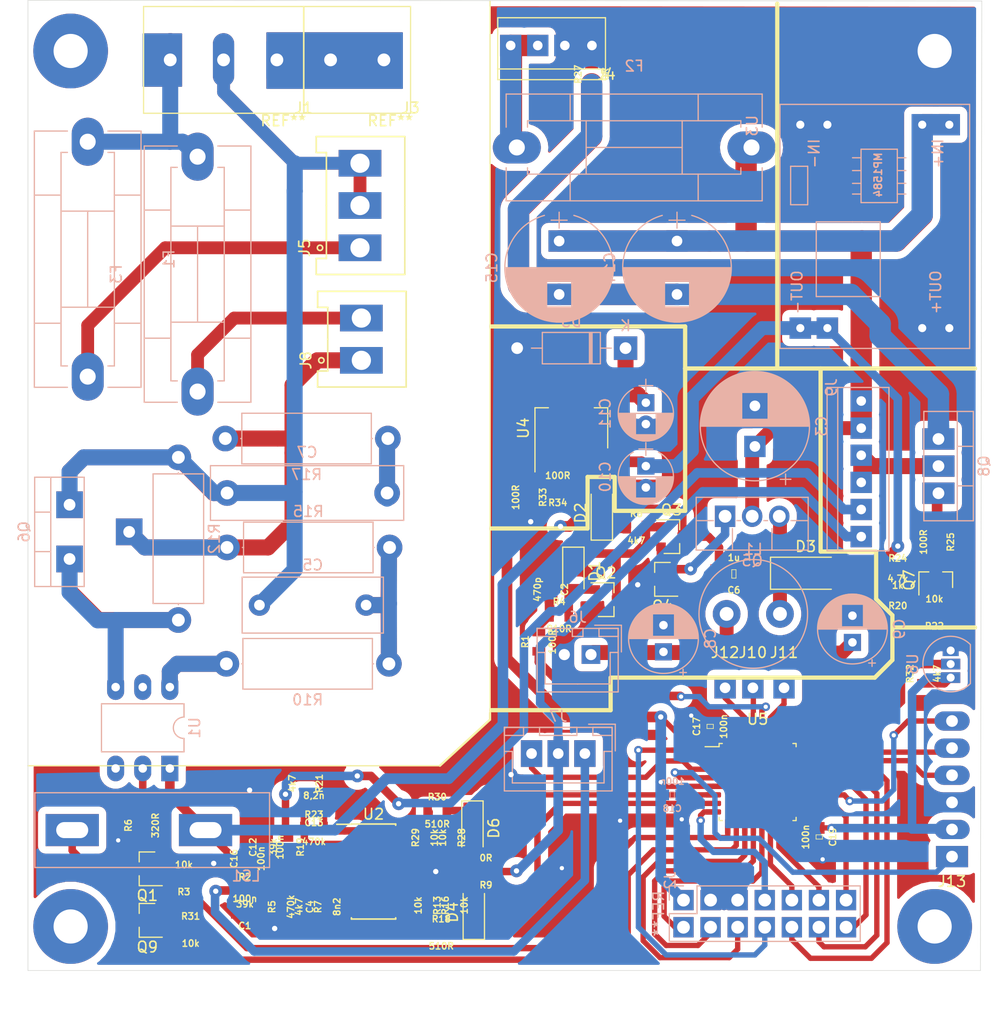
<source format=kicad_pcb>
(kicad_pcb (version 20171130) (host pcbnew "(5.1.5)-3")
  (layers (0 F.Cu signal) (31 B.Cu signal) (34 B.Paste user) (35 F.Paste user) (36 B.SilkS user) (37 F.SilkS user) (38 B.Mask user hide) (39 F.Mask user hide) (44 Edge.Cuts user))
  (net 0 "")
  (net 1 GND)
  (net 2 "Net-(C1-Pad1)")
  (net 3 "Net-(C2-Pad2)")
  (net 4 "Net-(C2-Pad1)")
  (net 5 +24V)
  (net 6 "Net-(C4-Pad2)")
  (net 7 "Net-(C4-Pad1)")
  (net 8 "AC_230(N)")
  (net 9 "Net-(C5-Pad1)")
  (net 10 "Net-(C6-Pad2)")
  (net 11 "Net-(C6-Pad1)")
  (net 12 "Net-(C7-Pad1)")
  (net 13 FAN_SUPPLY)
  (net 14 +5V)
  (net 15 +3V3)
  (net 16 "Net-(C12-Pad1)")
  (net 17 "Net-(C13-Pad2)")
  (net 18 "Net-(C13-Pad1)")
  (net 19 "Net-(D1-Pad1)")
  (net 20 THERM_HOTAIR_ADC)
  (net 21 THERM_IRON_ADC)
  (net 22 "Net-(F1-Pad1)")
  (net 23 "AC_230(L)")
  (net 24 "Net-(F2-Pad2)")
  (net 25 "Net-(F3-Pad2)")
  (net 26 7SEG_DIN)
  (net 27 7SEG_LATCH)
  (net 28 7SEG_CLK)
  (net 29 SOLDER_ON_SW)
  (net 30 HOTAIR_ON_SW)
  (net 31 HOTAIR_FAN_DOWN_SW)
  (net 32 HOTAIR_FAN_UP_SW)
  (net 33 HOTAIR_UP_SW)
  (net 34 HOTAIR_DOWN_SW)
  (net 35 SOLDER_UP_SW)
  (net 36 SOLDER_DOWN_SW)
  (net 37 HOTAIR_REED_SW)
  (net 38 SOLDERING_IRON_THERM)
  (net 39 "Net-(J8-Pad1)")
  (net 40 "Net-(J10-Pad1)")
  (net 41 "Net-(J11-Pad1)")
  (net 42 "Net-(J12-Pad1)")
  (net 43 UART_DBG_TX)
  (net 44 SWCLK)
  (net 45 SWDIO)
  (net 46 RST)
  (net 47 "Net-(Q1-Pad3)")
  (net 48 "Net-(Q1-Pad1)")
  (net 49 "Net-(Q3-Pad2)")
  (net 50 "Net-(Q6-Pad3)")
  (net 51 "Net-(Q7-Pad3)")
  (net 52 "Net-(Q7-Pad1)")
  (net 53 "Net-(Q8-Pad1)")
  (net 54 "Net-(LS1-Pad+)")
  (net 55 "Net-(Q9-Pad1)")
  (net 56 FAN_PWM)
  (net 57 HOTAIR_HEATER_CTRL)
  (net 58 "Net-(R6-Pad2)")
  (net 59 "Net-(R10-Pad1)")
  (net 60 "Net-(R13-Pad2)")
  (net 61 "Net-(R16-Pad2)")
  (net 62 SOLD_IRON_HEATER_CTRL)
  (net 63 "Net-(R28-Pad2)")
  (net 64 "Net-(R29-Pad2)")
  (net 65 BUZZER)
  (net 66 "Net-(R32-Pad2)")
  (net 67 "Net-(J1-Pad1)")
  (net 68 "Net-(C14-Pad2)")
  (net 69 "Net-(R33-Pad1)")
  (net 70 SOLDERING_IRON_HEATER_GND)
  (net 71 THERM_GND)
  (net 72 HOTAIR_THERM)
  (module Capacitors:0603 (layer F.Cu) (at 114.681 98.6155 270)
    (fp_text reference C19 (at 0 -1.27 90) (layer F.SilkS) (effects (font (size 0.6096 0.6096) (thickness 0.127))))
    (fp_text value 100n (at 0 1.27 90) (layer F.SilkS) (effects (font (size 0.6096 0.6096) (thickness 0.127))))
    (pad 2 smd rect (at 0.84836 0 270) (size 1.09982 0.99822) (layers F.Cu F.Paste F.Mask) (net 1 GND))
    (pad 1 smd rect (at -0.84836 0 270) (size 1.09982 0.99822) (layers F.Cu F.Paste F.Mask) (net 15 +3V3))
  )
  (module Capacitors:0603 (layer B.Cu) (at 100.9015 94.6785)
    (fp_text reference C18 (at 0 1.27) (layer B.SilkS) (effects (font (size 0.6096 0.6096) (thickness 0.127)) (justify mirror)))
    (fp_text value 100n (at 0 -1.27) (layer B.SilkS) (effects (font (size 0.6096 0.6096) (thickness 0.127)) (justify mirror)))
    (pad 2 smd rect (at 0.84836 0) (size 1.09982 0.99822) (layers B.Cu B.Paste B.Mask) (net 1 GND))
    (pad 1 smd rect (at -0.84836 0) (size 1.09982 0.99822) (layers B.Cu B.Paste B.Mask) (net 15 +3V3))
  )
  (module Capacitors:0603 (layer F.Cu) (at 104.4575 88.265 90)
    (fp_text reference C17 (at 0 -1.27 90) (layer F.SilkS) (effects (font (size 0.6096 0.6096) (thickness 0.127))))
    (fp_text value 100n (at 0 1.27 90) (layer F.SilkS) (effects (font (size 0.6096 0.6096) (thickness 0.127))))
    (pad 2 smd rect (at 0.84836 0 90) (size 1.09982 0.99822) (layers F.Cu F.Paste F.Mask) (net 1 GND))
    (pad 1 smd rect (at -0.84836 0 90) (size 1.09982 0.99822) (layers F.Cu F.Paste F.Mask) (net 15 +3V3))
  )
  (module My-Footprints:Buzzer (layer B.Cu) (at 41.148 101.473)
    (fp_text reference LS1 (at 19.8 0.8) (layer B.SilkS) (effects (justify mirror)))
    (fp_text value BUZZER)
    (pad - thru_hole rect (at 16 -3.5) (size 5 3) (drill oval 3 1.5) (layers *.Cu *.Mask) (net 14 +5V))
    (pad + thru_hole rect (at 3.5 -3.5) (size 5 3) (drill oval 3 1.5) (layers *.Cu *.Mask) (net 54 "Net-(LS1-Pad+)"))
  )
  (module Diode_SMD:D_MELF (layer F.Cu) (at 113.411 73.914)
    (fp_text reference D3 (at 0 -2.5) (layer F.SilkS))
    (fp_text value 1N5819)
    (pad 2 smd rect (at 2.4 0) (size 1.5 2.7) (layers F.Cu F.Paste F.Mask) (net 1 GND))
    (pad 1 smd rect (at -2.4 0) (size 1.5 2.7) (layers F.Cu F.Paste F.Mask) (net 11 "Net-(C6-Pad1)"))
  )
  (module Capacitors:0805 (layer F.Cu) (at 83.439 101.854 180)
    (fp_text reference R9 (at 0 -1.27) (layer F.SilkS) (effects (font (size 0.6096 0.6096) (thickness 0.127))))
    (fp_text value 0R (at 0 1.27) (layer F.SilkS) (effects (font (size 0.6096 0.6096) (thickness 0.127))))
    (pad 2 smd rect (at 0.89916 0 180) (size 0.79756 1.19888) (layers F.Cu F.Paste F.Mask) (net 1 GND))
    (pad 1 smd rect (at -0.89916 0 180) (size 0.79756 1.19888) (layers F.Cu F.Paste F.Mask) (net 71 THERM_GND))
  )
  (module My-Footprints:TO-220-3_Vertical (layer B.Cu) (at 44.4 67.5 270)
    (fp_text reference Q6 (at 2.54 4.27 270) (layer B.SilkS) (effects (justify mirror)))
    (fp_text value BT139-600)
    (pad 1 thru_hole rect (at 0 0 270) (size 2.5 2.5) (drill 1.1) (layers *.Cu *.Mask) (net 8 "AC_230(N)"))
    (pad 2 thru_hole rect (at 2.54 -5.588 270) (size 2.5 2.5) (drill 1.1) (layers *.Cu *.Mask) (net 39 "Net-(J8-Pad1)"))
    (pad 3 thru_hole rect (at 5.08 0 270) (size 2.5 2.5) (drill 1.1) (layers *.Cu *.Mask) (net 50 "Net-(Q6-Pad3)"))
  )
  (module Resistor_THT:R_Axial_DIN0414_L11.9mm_D4.5mm_P15.24mm_Horizontal (layer B.Cu) (at 74.4 71.5 180)
    (fp_text reference R15 (at 7.62 3.37) (layer B.SilkS) (effects (justify mirror)))
    (fp_text value 2x390R)
    (pad 2 thru_hole oval (at 15.24 0 180) (size 2.4 2.4) (drill 1.2) (layers *.Cu *.Mask) (net 39 "Net-(J8-Pad1)"))
    (pad 1 thru_hole circle (at 0 0 180) (size 2.4 2.4) (drill 1.2) (layers *.Cu *.Mask) (net 9 "Net-(C5-Pad1)"))
  )
  (module Resistor_THT:R_Axial_DIN0414_L11.9mm_D4.5mm_P15.24mm_Horizontal (layer B.Cu) (at 59.1 82.4)
    (fp_text reference R10 (at 7.62 3.37) (layer B.SilkS) (effects (justify mirror)))
    (fp_text value 2x390R)
    (pad 2 thru_hole oval (at 15.24 0) (size 2.4 2.4) (drill 1.2) (layers *.Cu *.Mask) (net 9 "Net-(C5-Pad1)"))
    (pad 1 thru_hole circle (at 0 0) (size 2.4 2.4) (drill 1.2) (layers *.Cu *.Mask) (net 59 "Net-(R10-Pad1)"))
  )
  (module Resistor_THT:R_Axial_DIN0414_L11.9mm_D4.5mm_P15.24mm_Horizontal (layer B.Cu) (at 59 61.3)
    (fp_text reference R17 (at 7.62 3.37) (layer B.SilkS) (effects (justify mirror)))
    (fp_text value 100R)
    (pad 2 thru_hole oval (at 15.24 0) (size 2.4 2.4) (drill 1.2) (layers *.Cu *.Mask) (net 12 "Net-(C7-Pad1)"))
    (pad 1 thru_hole circle (at 0 0) (size 2.4 2.4) (drill 1.2) (layers *.Cu *.Mask) (net 39 "Net-(J8-Pad1)"))
  )
  (module Resistor_THT:R_Axial_DIN0414_L11.9mm_D4.5mm_P15.24mm_Horizontal (layer B.Cu) (at 54.6 78.3 90)
    (fp_text reference R12 (at 7.62 3.37 270) (layer B.SilkS) (effects (justify mirror)))
    (fp_text value 390R)
    (pad 2 thru_hole oval (at 15.24 0 90) (size 2.4 2.4) (drill 1.2) (layers *.Cu *.Mask) (net 8 "AC_230(N)"))
    (pad 1 thru_hole circle (at 0 0 90) (size 2.4 2.4) (drill 1.2) (layers *.Cu *.Mask) (net 50 "Net-(Q6-Pad3)"))
  )
  (module Package_TO_SOT_SMD:SOT-223-3_TabPin2 (layer F.Cu) (at 91.44 60.325 90)
    (fp_text reference U4 (at 0 -4.5 90) (layer F.SilkS))
    (fp_text value AP1117-ADJ)
    (pad 1 smd rect (at -3.15 -2.3 90) (size 2 1.5) (layers F.Cu F.Paste F.Mask) (net 69 "Net-(R33-Pad1)"))
    (pad 3 smd rect (at -3.15 2.3 90) (size 2 1.5) (layers F.Cu F.Paste F.Mask) (net 14 +5V))
    (pad 2 smd rect (at -3.15 0 90) (size 2 1.5) (layers F.Cu F.Paste F.Mask) (net 15 +3V3))
    (pad 2 smd rect (at 3.15 0 90) (size 2 3.8) (layers F.Cu F.Paste F.Mask) (net 15 +3V3))
  )
  (module Capacitors:0805 (layer F.Cu) (at 90.17 66.04 180)
    (fp_text reference R34 (at 0 -1.27) (layer F.SilkS) (effects (font (size 0.6096 0.6096) (thickness 0.127))))
    (fp_text value 100R (at 0 1.27) (layer F.SilkS) (effects (font (size 0.6096 0.6096) (thickness 0.127))))
    (pad 2 smd rect (at 0.89916 0 180) (size 0.79756 1.19888) (layers F.Cu F.Paste F.Mask) (net 69 "Net-(R33-Pad1)"))
    (pad 1 smd rect (at -0.89916 0 180) (size 0.79756 1.19888) (layers F.Cu F.Paste F.Mask) (net 15 +3V3))
  )
  (module Capacitors:0805 (layer F.Cu) (at 87.503 66.802 270)
    (fp_text reference R33 (at 0 -1.27 90) (layer F.SilkS) (effects (font (size 0.6096 0.6096) (thickness 0.127))))
    (fp_text value 100R (at 0 1.27 90) (layer F.SilkS) (effects (font (size 0.6096 0.6096) (thickness 0.127))))
    (pad 2 smd rect (at 0.89916 0 270) (size 0.79756 1.19888) (layers F.Cu F.Paste F.Mask) (net 1 GND))
    (pad 1 smd rect (at -0.89916 0 270) (size 0.79756 1.19888) (layers F.Cu F.Paste F.Mask) (net 69 "Net-(R33-Pad1)"))
  )
  (module My-Footprints:Screw-Terminal-5.00mm-2pin (layer F.Cu) (at 76.37 30.834 180)
    (fp_text reference J3 (at 0 0.5) (layer F.SilkS))
    (fp_text value EARTH_GND)
    (fp_text user REF** (at 1.9 -0.7) (layer F.SilkS))
    (pad 2 thru_hole oval (at 7.5 5 270) (size 5 3) (drill 1.2) (layers *.Cu *.Mask) (net 67 "Net-(J1-Pad1)"))
    (pad 1 thru_hole oval (at 2.5 5 270) (size 5 3) (drill 1.2) (layers *.Cu *.Mask) (net 67 "Net-(J1-Pad1)"))
  )
  (module My-Footprints:Screw-Terminal-5.00mm-3pin (layer F.Cu) (at 66.337 30.834 180)
    (fp_text reference J1 (at 0 0.5) (layer F.SilkS))
    (fp_text value 230VAC_IN)
    (fp_text user REF** (at 1.9 -0.7) (layer F.SilkS))
    (pad 3 thru_hole oval (at 12.5 5 270) (size 5 2) (drill 1.2) (layers *.Cu *.Mask) (net 23 "AC_230(L)"))
    (pad 2 thru_hole oval (at 7.5 5 270) (size 5 2) (drill 1.2) (layers *.Cu *.Mask) (net 8 "AC_230(N)"))
    (pad 1 thru_hole oval (at 2.5 5 270) (size 5 2) (drill 1.2) (layers *.Cu *.Mask) (net 67 "Net-(J1-Pad1)"))
  )
  (module Package_TO_SOT_THT:TO-92_Inline (layer B.Cu) (at 127 81.153 270)
    (fp_text reference U6 (at 1.27 3.56 270) (layer B.SilkS) (effects (justify mirror)))
    (fp_text value DS18B20)
    (pad 1 thru_hole rect (at 0 0 270) (size 1.05 1.5) (drill 0.75) (layers *.Cu *.Mask) (net 1 GND))
    (pad 3 thru_hole rect (at 2.54 0 270) (size 1 1.8) (drill 0.75) (layers *.Cu *.Mask) (net 15 +3V3))
    (pad 2 thru_hole rect (at 1.27 0 270) (size 1 1.8) (drill 0.75) (layers *.Cu *.Mask) (net 66 "Net-(R32-Pad2)"))
  )
  (module Package_QFP:LQFP-32_7x7mm_P0.8mm (layer F.Cu) (at 108.9025 93.472)
    (fp_text reference U5 (at 0 -5.88) (layer F.SilkS))
    (fp_text value STM32F030K6Tx)
    (pad 32 smd roundrect (at -2.8 -4.175) (size 0.5 1.5) (layers F.Cu F.Paste F.Mask) (net 1 GND))
    (pad 31 smd roundrect (at -2 -4.175) (size 0.5 1.5) (layers F.Cu F.Paste F.Mask) (net 1 GND))
    (pad 30 smd roundrect (at -1.2 -4.175) (size 0.5 1.5) (layers F.Cu F.Paste F.Mask) (net 42 "Net-(J12-Pad1)"))
    (pad 29 smd roundrect (at -0.4 -4.175) (size 0.5 1.5) (layers F.Cu F.Paste F.Mask) (net 40 "Net-(J10-Pad1)"))
    (pad 28 smd roundrect (at 0.4 -4.175) (size 0.5 1.5) (layers F.Cu F.Paste F.Mask) (net 56 FAN_PWM))
    (pad 27 smd roundrect (at 1.2 -4.175) (size 0.5 1.5) (layers F.Cu F.Paste F.Mask) (net 41 "Net-(J11-Pad1)"))
    (pad 26 smd roundrect (at 2 -4.175) (size 0.5 1.5) (layers F.Cu F.Paste F.Mask) (net 62 SOLD_IRON_HEATER_CTRL))
    (pad 25 smd roundrect (at 2.8 -4.175) (size 0.5 1.5) (layers F.Cu F.Paste F.Mask) (net 66 "Net-(R32-Pad2)"))
    (pad 24 smd roundrect (at 4.175 -2.8) (size 1.5 0.5) (layers F.Cu F.Paste F.Mask) (net 44 SWCLK))
    (pad 23 smd roundrect (at 4.175 -2) (size 1.5 0.5) (layers F.Cu F.Paste F.Mask) (net 45 SWDIO))
    (pad 22 smd roundrect (at 4.175 -1.2) (size 1.5 0.5) (layers F.Cu F.Paste F.Mask) (net 30 HOTAIR_ON_SW))
    (pad 21 smd roundrect (at 4.175 -0.4) (size 1.5 0.5) (layers F.Cu F.Paste F.Mask) (net 31 HOTAIR_FAN_DOWN_SW))
    (pad 20 smd roundrect (at 4.175 0.4) (size 1.5 0.5) (layers F.Cu F.Paste F.Mask) (net 32 HOTAIR_FAN_UP_SW))
    (pad 19 smd roundrect (at 4.175 1.2) (size 1.5 0.5) (layers F.Cu F.Paste F.Mask) (net 43 UART_DBG_TX))
    (pad 18 smd roundrect (at 4.175 2) (size 1.5 0.5) (layers F.Cu F.Paste F.Mask) (net 33 HOTAIR_UP_SW))
    (pad 17 smd roundrect (at 4.175 2.8) (size 1.5 0.5) (layers F.Cu F.Paste F.Mask) (net 15 +3V3))
    (pad 16 smd roundrect (at 2.8 4.175) (size 0.5 1.5) (layers F.Cu F.Paste F.Mask) (net 1 GND))
    (pad 15 smd roundrect (at 2 4.175) (size 0.5 1.5) (layers F.Cu F.Paste F.Mask) (net 34 HOTAIR_DOWN_SW))
    (pad 14 smd roundrect (at 1.2 4.175) (size 0.5 1.5) (layers F.Cu F.Paste F.Mask) (net 35 SOLDER_UP_SW))
    (pad 13 smd roundrect (at 0.4 4.175) (size 0.5 1.5) (layers F.Cu F.Paste F.Mask) (net 26 7SEG_DIN))
    (pad 12 smd roundrect (at -0.4 4.175) (size 0.5 1.5) (layers F.Cu F.Paste F.Mask) (net 27 7SEG_LATCH))
    (pad 11 smd roundrect (at -1.2 4.175) (size 0.5 1.5) (layers F.Cu F.Paste F.Mask) (net 28 7SEG_CLK))
    (pad 10 smd roundrect (at -2 4.175) (size 0.5 1.5) (layers F.Cu F.Paste F.Mask) (net 65 BUZZER))
    (pad 9 smd roundrect (at -2.8 4.175) (size 0.5 1.5) (layers F.Cu F.Paste F.Mask) (net 57 HOTAIR_HEATER_CTRL))
    (pad 8 smd roundrect (at -4.175 2.8) (size 1.5 0.5) (layers F.Cu F.Paste F.Mask) (net 36 SOLDER_DOWN_SW))
    (pad 7 smd roundrect (at -4.175 2) (size 1.5 0.5) (layers F.Cu F.Paste F.Mask) (net 20 THERM_HOTAIR_ADC))
    (pad 6 smd roundrect (at -4.175 1.2) (size 1.5 0.5) (layers F.Cu F.Paste F.Mask) (net 21 THERM_IRON_ADC))
    (pad 5 smd roundrect (at -4.175 0.4) (size 1.5 0.5) (layers F.Cu F.Paste F.Mask) (net 15 +3V3))
    (pad 4 smd roundrect (at -4.175 -0.4) (size 1.5 0.5) (layers F.Cu F.Paste F.Mask) (net 46 RST))
    (pad 3 smd roundrect (at -4.175 -1.2) (size 1.5 0.5) (layers F.Cu F.Paste F.Mask) (net 37 HOTAIR_REED_SW))
    (pad 2 smd roundrect (at -4.175 -2) (size 1.5 0.5) (layers F.Cu F.Paste F.Mask) (net 29 SOLDER_ON_SW))
    (pad 1 smd roundrect (at -4.175 -2.8) (size 1.5 0.5) (layers F.Cu F.Paste F.Mask) (net 15 +3V3))
  )
  (module My-Footprints:MP1584_Mini_3A_Step_Down_Conv (layer B.Cu) (at 111 30 270)
    (fp_text reference U3 (at 2 2.6 270) (layer B.SilkS) (effects (justify mirror)))
    (fp_text value MP1584-Step-Down)
    (fp_text user OUT+ (at 17.6 -14.6 270) (layer B.SilkS) (effects (justify mirror)))
    (fp_text user OUT- (at 17.6 -1.6 270) (layer B.SilkS) (effects (justify mirror)))
    (fp_text user IN- (at 4.6 -3.2 270) (layer B.SilkS) (effects (justify mirror)))
    (fp_text user IN+ (at 4.6 -14.8 270) (layer B.SilkS) (effects (justify mirror)))
    (fp_text user MP1584 (at 6.6 -9.2 270) (layer B.SilkS) (effects (font (size 0.7 0.7)) (justify mirror)))
    (pad 3 thru_hole rect (at 20.955 -15.875 270) (size 2 2) (drill 0.762) (layers *.Cu *.Mask) (net 1 GND))
    (pad 3 thru_hole rect (at 20.955 -13.335 270) (size 2 2) (drill 0.762) (layers *.Cu *.Mask) (net 1 GND))
    (pad 4 thru_hole rect (at 20.955 -4.445 270) (size 2 2) (drill 0.762) (layers *.Cu *.Mask) (net 14 +5V))
    (pad 4 thru_hole rect (at 20.955 -1.905 270) (size 2 2) (drill 0.762) (layers *.Cu *.Mask) (net 14 +5V))
    (pad 1 thru_hole rect (at 1.905 -15.875 270) (size 2 2) (drill 0.762) (layers *.Cu *.Mask) (net 5 +24V))
    (pad 1 thru_hole rect (at 1.905 -13.335 270) (size 2 2) (drill 0.762) (layers *.Cu *.Mask) (net 5 +24V))
    (pad 2 thru_hole rect (at 1.905 -4.445 270) (size 2 2) (drill 0.762) (layers *.Cu *.Mask) (net 1 GND))
    (pad 2 thru_hole rect (at 1.905 -1.905 270) (size 2 2) (drill 0.762) (layers *.Cu *.Mask) (net 1 GND))
  )
  (module Housings_SOIC:SOIC-14_3.9x8.7mm_Pitch1.27mm (layer F.Cu) (at 72.898 101.854)
    (fp_text reference U2 (at 0 -5.375) (layer F.SilkS))
    (fp_text value LMV324)
    (pad 14 smd rect (at 2.7 -3.81) (size 1.5 0.6) (layers F.Cu F.Paste F.Mask) (net 64 "Net-(R29-Pad2)"))
    (pad 13 smd rect (at 2.7 -2.54) (size 1.5 0.6) (layers F.Cu F.Paste F.Mask) (net 63 "Net-(R28-Pad2)"))
    (pad 12 smd rect (at 2.7 -1.27) (size 1.5 0.6) (layers F.Cu F.Paste F.Mask) (net 18 "Net-(C13-Pad1)"))
    (pad 11 smd rect (at 2.7 0) (size 1.5 0.6) (layers F.Cu F.Paste F.Mask) (net 1 GND))
    (pad 10 smd rect (at 2.7 1.27) (size 1.5 0.6) (layers F.Cu F.Paste F.Mask) (net 7 "Net-(C4-Pad1)"))
    (pad 9 smd rect (at 2.7 2.54) (size 1.5 0.6) (layers F.Cu F.Paste F.Mask) (net 60 "Net-(R13-Pad2)"))
    (pad 8 smd rect (at 2.7 3.81) (size 1.5 0.6) (layers F.Cu F.Paste F.Mask) (net 61 "Net-(R16-Pad2)"))
    (pad 7 smd rect (at -2.7 3.81) (size 1.5 0.6) (layers F.Cu F.Paste F.Mask) (net 7 "Net-(C4-Pad1)"))
    (pad 6 smd rect (at -2.7 2.54) (size 1.5 0.6) (layers F.Cu F.Paste F.Mask) (net 6 "Net-(C4-Pad2)"))
    (pad 5 smd rect (at -2.7 1.27) (size 1.5 0.6) (layers F.Cu F.Paste F.Mask) (net 2 "Net-(C1-Pad1)"))
    (pad 4 smd rect (at -2.7 0) (size 1.5 0.6) (layers F.Cu F.Paste F.Mask) (net 14 +5V))
    (pad 3 smd rect (at -2.7 -1.27) (size 1.5 0.6) (layers F.Cu F.Paste F.Mask) (net 16 "Net-(C12-Pad1)"))
    (pad 2 smd rect (at -2.7 -2.54) (size 1.5 0.6) (layers F.Cu F.Paste F.Mask) (net 17 "Net-(C13-Pad2)"))
    (pad 1 smd rect (at -2.7 -3.81) (size 1.5 0.6) (layers F.Cu F.Paste F.Mask) (net 18 "Net-(C13-Pad1)"))
  )
  (module Housings_DIP:DIP-6_W7.62mm_LongPads (layer B.Cu) (at 53.8 92.2 90)
    (fp_text reference U1 (at 3.81 2.33 270) (layer B.SilkS) (effects (justify mirror)))
    (fp_text value MOC3041M)
    (pad 6 thru_hole oval (at 7.62 0 90) (size 2.4 1.6) (drill 0.8) (layers *.Cu *.Mask) (net 59 "Net-(R10-Pad1)"))
    (pad 3 thru_hole oval (at 0 -5.08 90) (size 2.4 1.6) (drill 0.8) (layers *.Cu *.Mask))
    (pad 5 thru_hole oval (at 7.62 -2.54 90) (size 2.4 1.6) (drill 0.8) (layers *.Cu *.Mask))
    (pad 2 thru_hole oval (at 0 -2.54 90) (size 2.4 1.6) (drill 0.8) (layers *.Cu *.Mask) (net 58 "Net-(R6-Pad2)"))
    (pad 4 thru_hole oval (at 7.62 -5.08 90) (size 2.4 1.6) (drill 0.8) (layers *.Cu *.Mask) (net 50 "Net-(Q6-Pad3)"))
    (pad 1 thru_hole rect (at 0 0 90) (size 2.4 1.6) (drill 0.8) (layers *.Cu *.Mask) (net 14 +5V))
  )
  (module Capacitors:0805 (layer F.Cu) (at 124.46 83.32216 90)
    (fp_text reference R32 (at 0 -1.27 90) (layer F.SilkS) (effects (font (size 0.6096 0.6096) (thickness 0.127))))
    (fp_text value 4k7 (at 0 1.27 90) (layer F.SilkS) (effects (font (size 0.6096 0.6096) (thickness 0.127))))
    (pad 2 smd rect (at 0.89916 0 90) (size 0.79756 1.19888) (layers F.Cu F.Paste F.Mask) (net 66 "Net-(R32-Pad2)"))
    (pad 1 smd rect (at -0.89916 0 90) (size 0.79756 1.19888) (layers F.Cu F.Paste F.Mask) (net 15 +3V3))
  )
  (module Capacitors:0805 (layer F.Cu) (at 55.753 107.315)
    (fp_text reference R31 (at 0 -1.27) (layer F.SilkS) (effects (font (size 0.6096 0.6096) (thickness 0.127))))
    (fp_text value 10k (at 0 1.27) (layer F.SilkS) (effects (font (size 0.6096 0.6096) (thickness 0.127))))
    (pad 2 smd rect (at 0.89916 0) (size 0.79756 1.19888) (layers F.Cu F.Paste F.Mask) (net 65 BUZZER))
    (pad 1 smd rect (at -0.89916 0) (size 0.79756 1.19888) (layers F.Cu F.Paste F.Mask) (net 55 "Net-(Q9-Pad1)"))
  )
  (module Capacitors:0805 (layer F.Cu) (at 78.867 96.139)
    (fp_text reference R30 (at 0 -1.27) (layer F.SilkS) (effects (font (size 0.6096 0.6096) (thickness 0.127))))
    (fp_text value 510R (at 0 1.27) (layer F.SilkS) (effects (font (size 0.6096 0.6096) (thickness 0.127))))
    (pad 2 smd rect (at 0.89916 0) (size 0.79756 1.19888) (layers F.Cu F.Paste F.Mask) (net 21 THERM_IRON_ADC))
    (pad 1 smd rect (at -0.89916 0) (size 0.79756 1.19888) (layers F.Cu F.Paste F.Mask) (net 64 "Net-(R29-Pad2)"))
  )
  (module Capacitors:0805 (layer F.Cu) (at 78.105 98.679 90)
    (fp_text reference R29 (at 0 -1.27 90) (layer F.SilkS) (effects (font (size 0.6096 0.6096) (thickness 0.127))))
    (fp_text value 10k (at 0 1.27 90) (layer F.SilkS) (effects (font (size 0.6096 0.6096) (thickness 0.127))))
    (pad 2 smd rect (at 0.89916 0 90) (size 0.79756 1.19888) (layers F.Cu F.Paste F.Mask) (net 64 "Net-(R29-Pad2)"))
    (pad 1 smd rect (at -0.89916 0 90) (size 0.79756 1.19888) (layers F.Cu F.Paste F.Mask) (net 63 "Net-(R28-Pad2)"))
  )
  (module Capacitors:0805 (layer F.Cu) (at 79.883 98.679 270)
    (fp_text reference R28 (at 0 -1.27 90) (layer F.SilkS) (effects (font (size 0.6096 0.6096) (thickness 0.127))))
    (fp_text value 10k (at 0 1.27 90) (layer F.SilkS) (effects (font (size 0.6096 0.6096) (thickness 0.127))))
    (pad 2 smd rect (at 0.89916 0 270) (size 0.79756 1.19888) (layers F.Cu F.Paste F.Mask) (net 63 "Net-(R28-Pad2)"))
    (pad 1 smd rect (at -0.89916 0 270) (size 0.79756 1.19888) (layers F.Cu F.Paste F.Mask) (net 1 GND))
  )
  (module Capacitors:0805 (layer F.Cu) (at 93.345 27.178 90)
    (fp_text reference R27 (at 0 -1.27 90) (layer F.SilkS) (effects (font (size 0.6096 0.6096) (thickness 0.127))))
    (fp_text value 0R (at 0 1.27 90) (layer F.SilkS) (effects (font (size 0.6096 0.6096) (thickness 0.127))))
    (pad 2 smd rect (at 0.89916 0 90) (size 0.79756 1.19888) (layers F.Cu F.Paste F.Mask) (net 1 GND))
    (pad 1 smd rect (at -0.89916 0 90) (size 0.79756 1.19888) (layers F.Cu F.Paste F.Mask) (net 68 "Net-(C14-Pad2)"))
  )
  (module Capacitors:0805 (layer F.Cu) (at 125.73 70.993 270)
    (fp_text reference R25 (at 0 -1.27 90) (layer F.SilkS) (effects (font (size 0.6096 0.6096) (thickness 0.127))))
    (fp_text value 100R (at 0 1.27 90) (layer F.SilkS) (effects (font (size 0.6096 0.6096) (thickness 0.127))))
    (pad 2 smd rect (at 0.89916 0 270) (size 0.79756 1.19888) (layers F.Cu F.Paste F.Mask) (net 51 "Net-(Q7-Pad3)"))
    (pad 1 smd rect (at -0.89916 0 270) (size 0.79756 1.19888) (layers F.Cu F.Paste F.Mask) (net 53 "Net-(Q8-Pad1)"))
  )
  (module Capacitors:0805 (layer F.Cu) (at 122.047 73.787)
    (fp_text reference R24 (at 0 -1.27) (layer F.SilkS) (effects (font (size 0.6096 0.6096) (thickness 0.127))))
    (fp_text value 1k (at 0 1.27) (layer F.SilkS) (effects (font (size 0.6096 0.6096) (thickness 0.127))))
    (pad 2 smd rect (at 0.89916 0) (size 0.79756 1.19888) (layers F.Cu F.Paste F.Mask) (net 51 "Net-(Q7-Pad3)"))
    (pad 1 smd rect (at -0.89916 0) (size 0.79756 1.19888) (layers F.Cu F.Paste F.Mask) (net 14 +5V))
  )
  (module Capacitors:0805 (layer F.Cu) (at 67.31 97.79)
    (fp_text reference R23 (at 0 -1.27) (layer F.SilkS) (effects (font (size 0.6096 0.6096) (thickness 0.127))))
    (fp_text value 470k (at 0 1.27) (layer F.SilkS) (effects (font (size 0.6096 0.6096) (thickness 0.127))))
    (pad 2 smd rect (at 0.89916 0) (size 0.79756 1.19888) (layers F.Cu F.Paste F.Mask) (net 18 "Net-(C13-Pad1)"))
    (pad 1 smd rect (at -0.89916 0) (size 0.79756 1.19888) (layers F.Cu F.Paste F.Mask) (net 17 "Net-(C13-Pad2)"))
  )
  (module Capacitors:0805 (layer F.Cu) (at 125.476 77.597 180)
    (fp_text reference R22 (at 0 -1.27) (layer F.SilkS) (effects (font (size 0.6096 0.6096) (thickness 0.127))))
    (fp_text value 10k (at 0 1.27) (layer F.SilkS) (effects (font (size 0.6096 0.6096) (thickness 0.127))))
    (pad 2 smd rect (at 0.89916 0 180) (size 0.79756 1.19888) (layers F.Cu F.Paste F.Mask) (net 52 "Net-(Q7-Pad1)"))
    (pad 1 smd rect (at -0.89916 0 180) (size 0.79756 1.19888) (layers F.Cu F.Paste F.Mask) (net 1 GND))
  )
  (module Capacitors:0805 (layer F.Cu) (at 66.548 93.599 270)
    (fp_text reference R21 (at 0 -1.27 90) (layer F.SilkS) (effects (font (size 0.6096 0.6096) (thickness 0.127))))
    (fp_text value 4k7 (at 0 1.27 90) (layer F.SilkS) (effects (font (size 0.6096 0.6096) (thickness 0.127))))
    (pad 2 smd rect (at 0.89916 0 270) (size 0.79756 1.19888) (layers F.Cu F.Paste F.Mask) (net 17 "Net-(C13-Pad2)"))
    (pad 1 smd rect (at -0.89916 0 270) (size 0.79756 1.19888) (layers F.Cu F.Paste F.Mask) (net 1 GND))
  )
  (module Capacitors:0805 (layer F.Cu) (at 122.047 75.692 180)
    (fp_text reference R20 (at 0 -1.27) (layer F.SilkS) (effects (font (size 0.6096 0.6096) (thickness 0.127))))
    (fp_text value 4,7k (at 0 1.27) (layer F.SilkS) (effects (font (size 0.6096 0.6096) (thickness 0.127))))
    (pad 2 smd rect (at 0.89916 0 180) (size 0.79756 1.19888) (layers F.Cu F.Paste F.Mask) (net 62 SOLD_IRON_HEATER_CTRL))
    (pad 1 smd rect (at -0.89916 0 180) (size 0.79756 1.19888) (layers F.Cu F.Paste F.Mask) (net 52 "Net-(Q7-Pad1)"))
  )
  (module Capacitors:0805 (layer F.Cu) (at 64.77 99.568 270)
    (fp_text reference R19 (at 0 -1.27 90) (layer F.SilkS) (effects (font (size 0.6096 0.6096) (thickness 0.127))))
    (fp_text value 39k (at 0 1.27 90) (layer F.SilkS) (effects (font (size 0.6096 0.6096) (thickness 0.127))))
    (pad 2 smd rect (at 0.89916 0 270) (size 0.79756 1.19888) (layers F.Cu F.Paste F.Mask) (net 16 "Net-(C12-Pad1)"))
    (pad 1 smd rect (at -0.89916 0 270) (size 0.79756 1.19888) (layers F.Cu F.Paste F.Mask) (net 38 SOLDERING_IRON_THERM))
  )
  (module Capacitors:0805 (layer F.Cu) (at 79.248 107.569)
    (fp_text reference R18 (at 0 -1.27) (layer F.SilkS) (effects (font (size 0.6096 0.6096) (thickness 0.127))))
    (fp_text value 510R (at 0 1.27) (layer F.SilkS) (effects (font (size 0.6096 0.6096) (thickness 0.127))))
    (pad 2 smd rect (at 0.89916 0) (size 0.79756 1.19888) (layers F.Cu F.Paste F.Mask) (net 20 THERM_HOTAIR_ADC))
    (pad 1 smd rect (at -0.89916 0) (size 0.79756 1.19888) (layers F.Cu F.Paste F.Mask) (net 61 "Net-(R16-Pad2)"))
  )
  (module Capacitors:0805 (layer F.Cu) (at 78.359 105.029 270)
    (fp_text reference R16 (at 0 -1.27 90) (layer F.SilkS) (effects (font (size 0.6096 0.6096) (thickness 0.127))))
    (fp_text value 10k (at 0 1.27 90) (layer F.SilkS) (effects (font (size 0.6096 0.6096) (thickness 0.127))))
    (pad 2 smd rect (at 0.89916 0 270) (size 0.79756 1.19888) (layers F.Cu F.Paste F.Mask) (net 61 "Net-(R16-Pad2)"))
    (pad 1 smd rect (at -0.89916 0 270) (size 0.79756 1.19888) (layers F.Cu F.Paste F.Mask) (net 60 "Net-(R13-Pad2)"))
  )
  (module Capacitors:0805 (layer F.Cu) (at 80.137 105.029 90)
    (fp_text reference R13 (at 0 -1.27 90) (layer F.SilkS) (effects (font (size 0.6096 0.6096) (thickness 0.127))))
    (fp_text value 10k (at 0 1.27 90) (layer F.SilkS) (effects (font (size 0.6096 0.6096) (thickness 0.127))))
    (pad 2 smd rect (at 0.89916 0 90) (size 0.79756 1.19888) (layers F.Cu F.Paste F.Mask) (net 60 "Net-(R13-Pad2)"))
    (pad 1 smd rect (at -0.89916 0 90) (size 0.79756 1.19888) (layers F.Cu F.Paste F.Mask) (net 1 GND))
  )
  (module Capacitors:0805 (layer F.Cu) (at 97.536 69.596)
    (fp_text reference R8 (at 0 -1.27) (layer F.SilkS) (effects (font (size 0.6096 0.6096) (thickness 0.127))))
    (fp_text value 4k7 (at 0 1.27) (layer F.SilkS) (effects (font (size 0.6096 0.6096) (thickness 0.127))))
    (pad 2 smd rect (at 0.89916 0) (size 0.79756 1.19888) (layers F.Cu F.Paste F.Mask) (net 19 "Net-(D1-Pad1)"))
    (pad 1 smd rect (at -0.89916 0) (size 0.79756 1.19888) (layers F.Cu F.Paste F.Mask) (net 10 "Net-(C6-Pad2)"))
  )
  (module Capacitors:0805 (layer F.Cu) (at 66.421 105.156 270)
    (fp_text reference R7 (at 0 -1.27 90) (layer F.SilkS) (effects (font (size 0.6096 0.6096) (thickness 0.127))))
    (fp_text value 470k (at 0 1.27 90) (layer F.SilkS) (effects (font (size 0.6096 0.6096) (thickness 0.127))))
    (pad 2 smd rect (at 0.89916 0 270) (size 0.79756 1.19888) (layers F.Cu F.Paste F.Mask) (net 7 "Net-(C4-Pad1)"))
    (pad 1 smd rect (at -0.89916 0 270) (size 0.79756 1.19888) (layers F.Cu F.Paste F.Mask) (net 6 "Net-(C4-Pad2)"))
  )
  (module Capacitors:0805 (layer F.Cu) (at 51.181 97.536 90)
    (fp_text reference R6 (at 0 -1.27 90) (layer F.SilkS) (effects (font (size 0.6096 0.6096) (thickness 0.127))))
    (fp_text value 320R (at 0 1.27 90) (layer F.SilkS) (effects (font (size 0.6096 0.6096) (thickness 0.127))))
    (pad 2 smd rect (at 0.89916 0 90) (size 0.79756 1.19888) (layers F.Cu F.Paste F.Mask) (net 58 "Net-(R6-Pad2)"))
    (pad 1 smd rect (at -0.89916 0 90) (size 0.79756 1.19888) (layers F.Cu F.Paste F.Mask) (net 47 "Net-(Q1-Pad3)"))
  )
  (module Capacitors:0805 (layer F.Cu) (at 64.643 105.156 90)
    (fp_text reference R5 (at 0 -1.27 90) (layer F.SilkS) (effects (font (size 0.6096 0.6096) (thickness 0.127))))
    (fp_text value 4k7 (at 0 1.27 90) (layer F.SilkS) (effects (font (size 0.6096 0.6096) (thickness 0.127))))
    (pad 2 smd rect (at 0.89916 0 90) (size 0.79756 1.19888) (layers F.Cu F.Paste F.Mask) (net 6 "Net-(C4-Pad2)"))
    (pad 1 smd rect (at -0.89916 0 90) (size 0.79756 1.19888) (layers F.Cu F.Paste F.Mask) (net 1 GND))
  )
  (module Capacitors:0805 (layer F.Cu) (at 90.297 77.851)
    (fp_text reference R4 (at 0 -1.27) (layer F.SilkS) (effects (font (size 0.6096 0.6096) (thickness 0.127))))
    (fp_text value 910R (at 0 1.27) (layer F.SilkS) (effects (font (size 0.6096 0.6096) (thickness 0.127))))
    (pad 2 smd rect (at 0.89916 0) (size 0.79756 1.19888) (layers F.Cu F.Paste F.Mask) (net 4 "Net-(C2-Pad1)"))
    (pad 1 smd rect (at -0.89916 0) (size 0.79756 1.19888) (layers F.Cu F.Paste F.Mask) (net 3 "Net-(C2-Pad2)"))
  )
  (module Capacitors:0805 (layer F.Cu) (at 55.118 102.489 180)
    (fp_text reference R3 (at 0 -1.27) (layer F.SilkS) (effects (font (size 0.6096 0.6096) (thickness 0.127))))
    (fp_text value 10k (at 0 1.27) (layer F.SilkS) (effects (font (size 0.6096 0.6096) (thickness 0.127))))
    (pad 2 smd rect (at 0.89916 0 180) (size 0.79756 1.19888) (layers F.Cu F.Paste F.Mask) (net 48 "Net-(Q1-Pad1)"))
    (pad 1 smd rect (at -0.89916 0 180) (size 0.79756 1.19888) (layers F.Cu F.Paste F.Mask) (net 57 HOTAIR_HEATER_CTRL))
  )
  (module Capacitors:0805 (layer F.Cu) (at 60.833 103.632)
    (fp_text reference R2 (at 0 -1.27) (layer F.SilkS) (effects (font (size 0.6096 0.6096) (thickness 0.127))))
    (fp_text value 39k (at 0 1.27) (layer F.SilkS) (effects (font (size 0.6096 0.6096) (thickness 0.127))))
    (pad 2 smd rect (at 0.89916 0) (size 0.79756 1.19888) (layers F.Cu F.Paste F.Mask) (net 2 "Net-(C1-Pad1)"))
    (pad 1 smd rect (at -0.89916 0) (size 0.79756 1.19888) (layers F.Cu F.Paste F.Mask) (net 72 HOTAIR_THERM))
  )
  (module Capacitors:0805 (layer F.Cu) (at 88.392 80.3275 90)
    (fp_text reference R1 (at 0 -1.27 90) (layer F.SilkS) (effects (font (size 0.6096 0.6096) (thickness 0.127))))
    (fp_text value 100R (at 0 1.27 90) (layer F.SilkS) (effects (font (size 0.6096 0.6096) (thickness 0.127))))
    (pad 2 smd rect (at 0.89916 0 90) (size 0.79756 1.19888) (layers F.Cu F.Paste F.Mask) (net 3 "Net-(C2-Pad2)"))
    (pad 1 smd rect (at -0.89916 0 90) (size 0.79756 1.19888) (layers F.Cu F.Paste F.Mask) (net 56 FAN_PWM))
  )
  (module Package_TO_SOT_SMD:SOT-23 (layer F.Cu) (at 51.689 106.426 180)
    (fp_text reference Q9 (at 0 -2.5) (layer F.SilkS))
    (fp_text value BC817)
    (pad 3 smd rect (at 1 0 180) (size 0.9 0.8) (layers F.Cu F.Paste F.Mask) (net 54 "Net-(LS1-Pad+)"))
    (pad 2 smd rect (at -1 0.95 180) (size 0.9 0.8) (layers F.Cu F.Paste F.Mask) (net 1 GND))
    (pad 1 smd rect (at -1 -0.95 180) (size 0.9 0.8) (layers F.Cu F.Paste F.Mask) (net 55 "Net-(Q9-Pad1)"))
  )
  (module Package_TO_SOT_THT:TO-220-3_Vertical (layer B.Cu) (at 125.857 66.421 90)
    (fp_text reference Q8 (at 2.54 4.27 270) (layer B.SilkS) (effects (justify mirror)))
    (fp_text value FP3055LP)
    (pad 3 thru_hole rect (at 5.08 0 90) (size 2 3) (drill 1.1) (layers *.Cu *.Mask) (net 68 "Net-(C14-Pad2)"))
    (pad 2 thru_hole rect (at 2.54 0 90) (size 2 3) (drill 1.1) (layers *.Cu *.Mask) (net 70 SOLDERING_IRON_HEATER_GND))
    (pad 1 thru_hole rect (at 0 0 90) (size 2 3) (drill 1.1) (layers *.Cu *.Mask) (net 53 "Net-(Q8-Pad1)"))
  )
  (module Package_TO_SOT_SMD:SOT-23 (layer F.Cu) (at 125.603 74.549 90)
    (fp_text reference Q7 (at 0 -2.5 90) (layer F.SilkS))
    (fp_text value BC817)
    (pad 3 smd rect (at 1 0 90) (size 0.9 0.8) (layers F.Cu F.Paste F.Mask) (net 51 "Net-(Q7-Pad3)"))
    (pad 2 smd rect (at -1 0.95 90) (size 0.9 0.8) (layers F.Cu F.Paste F.Mask) (net 1 GND))
    (pad 1 smd rect (at -1 -0.95 90) (size 0.9 0.8) (layers F.Cu F.Paste F.Mask) (net 52 "Net-(Q7-Pad1)"))
  )
  (module Package_TO_SOT_THT:TO-220F-3_Vertical (layer B.Cu) (at 105.8545 68.58)
    (fp_text reference Q5 (at 2.54 4.1675) (layer B.SilkS) (effects (justify mirror)))
    (fp_text value IRLIZ44N)
    (pad 3 thru_hole oval (at 5.08 0) (size 1.905 2) (drill 1.2) (layers *.Cu *.Mask) (net 11 "Net-(C6-Pad1)"))
    (pad 2 thru_hole oval (at 2.54 0) (size 1.905 2) (drill 1.2) (layers *.Cu *.Mask) (net 5 +24V))
    (pad 1 thru_hole rect (at 0 0) (size 1.905 2) (drill 1.2) (layers *.Cu *.Mask) (net 49 "Net-(Q3-Pad2)"))
  )
  (module Package_TO_SOT_SMD:SOT-23 (layer F.Cu) (at 100.0125 74.4855 180)
    (fp_text reference Q4 (at 0 -2.5) (layer F.SilkS))
    (fp_text value BC807)
    (pad 3 smd rect (at 1 0 180) (size 0.9 0.8) (layers F.Cu F.Paste F.Mask) (net 1 GND))
    (pad 2 smd rect (at -1 0.95 180) (size 0.9 0.8) (layers F.Cu F.Paste F.Mask) (net 49 "Net-(Q3-Pad2)"))
    (pad 1 smd rect (at -1 -0.95 180) (size 0.9 0.8) (layers F.Cu F.Paste F.Mask) (net 19 "Net-(D1-Pad1)"))
  )
  (module Package_TO_SOT_SMD:SOT-23 (layer F.Cu) (at 100.838 70.485)
    (fp_text reference Q3 (at 0 -2.5) (layer F.SilkS))
    (fp_text value BC817)
    (pad 3 smd rect (at 1 0) (size 0.9 0.8) (layers F.Cu F.Paste F.Mask) (net 10 "Net-(C6-Pad2)"))
    (pad 2 smd rect (at -1 0.95) (size 0.9 0.8) (layers F.Cu F.Paste F.Mask) (net 49 "Net-(Q3-Pad2)"))
    (pad 1 smd rect (at -1 -0.95) (size 0.9 0.8) (layers F.Cu F.Paste F.Mask) (net 19 "Net-(D1-Pad1)"))
  )
  (module Package_TO_SOT_SMD:SOT-23 (layer F.Cu) (at 94.6785 76.3905)
    (fp_text reference Q2 (at 0 -2.5) (layer F.SilkS))
    (fp_text value BC817)
    (pad 3 smd rect (at 1 0) (size 0.9 0.8) (layers F.Cu F.Paste F.Mask) (net 19 "Net-(D1-Pad1)"))
    (pad 2 smd rect (at -1 0.95) (size 0.9 0.8) (layers F.Cu F.Paste F.Mask) (net 1 GND))
    (pad 1 smd rect (at -1 -0.95) (size 0.9 0.8) (layers F.Cu F.Paste F.Mask) (net 4 "Net-(C2-Pad1)"))
  )
  (module Package_TO_SOT_SMD:SOT-23 (layer F.Cu) (at 51.689 101.6 180)
    (fp_text reference Q1 (at 0 -2.5) (layer F.SilkS))
    (fp_text value BC817)
    (pad 3 smd rect (at 1 0 180) (size 0.9 0.8) (layers F.Cu F.Paste F.Mask) (net 47 "Net-(Q1-Pad3)"))
    (pad 2 smd rect (at -1 0.95 180) (size 0.9 0.8) (layers F.Cu F.Paste F.Mask) (net 1 GND))
    (pad 1 smd rect (at -1 -0.95 180) (size 0.9 0.8) (layers F.Cu F.Paste F.Mask) (net 48 "Net-(Q1-Pad1)"))
  )
  (module Inductors_THT:L_Radial_D10.0mm_P5.00mm_Fastron_07M (layer B.Cu) (at 110.998 77.724 180)
    (fp_text reference L1 (at 2.5 6.06) (layer B.SilkS) (effects (justify mirror)))
    (fp_text value 220uH)
    (pad 2 thru_hole circle (at 5 0 180) (size 2.6 2.6) (drill 1.3) (layers *.Cu *.Mask) (net 13 FAN_SUPPLY))
    (pad 1 thru_hole circle (at 0 0 180) (size 2.6 2.6) (drill 1.3) (layers *.Cu *.Mask) (net 11 "Net-(C6-Pad1)"))
  )
  (module My-Footprints:Conn-01x06 (layer F.Cu) (at 127.127 100.457 180)
    (fp_text reference J13 (at 0 -2.33) (layer F.SilkS))
    (fp_text value "ICP (goldpin r2,54)")
    (pad 6 thru_hole oval (at 0 12.7 180) (size 3.3 1.8) (drill 1.1) (layers *.Cu *.Mask) (net 43 UART_DBG_TX))
    (pad 5 thru_hole oval (at 0 10.16 180) (size 3.3 1.8) (drill 1.1) (layers *.Cu *.Mask) (net 44 SWCLK))
    (pad 4 thru_hole oval (at 0 7.62 180) (size 3.3 1.8) (drill 1.1) (layers *.Cu *.Mask) (net 45 SWDIO))
    (pad 3 thru_hole oval (at 0 5.08 180) (size 3.3 1.8) (drill 1.1) (layers *.Cu *.Mask) (net 1 GND))
    (pad 2 thru_hole oval (at 0 2.54 180) (size 3.3 1.8) (drill 1.1) (layers *.Cu *.Mask) (net 15 +3V3))
    (pad 1 thru_hole rect (at 0 0 180) (size 3 2) (drill 1.1) (layers *.Cu *.Mask) (net 46 RST))
  )
  (module My-Footprints:WIRE_PAD_1,3mm (layer F.Cu) (at 105.8545 84.6455)
    (fp_text reference J12 (at 0 -3.302) (layer F.SilkS))
    (fp_text value PA15)
    (pad 1 thru_hole rect (at 0 0) (size 2 2) (drill 1) (layers *.Cu *.Mask) (net 42 "Net-(J12-Pad1)"))
  )
  (module My-Footprints:WIRE_PAD_1,3mm (layer F.Cu) (at 111.379 84.6455)
    (fp_text reference J11 (at 0 -3.302) (layer F.SilkS))
    (fp_text value PA12)
    (pad 1 thru_hole rect (at 0 0) (size 2 2) (drill 1) (layers *.Cu *.Mask) (net 41 "Net-(J11-Pad1)"))
  )
  (module My-Footprints:WIRE_PAD_1,3mm (layer F.Cu) (at 108.458 84.6455)
    (fp_text reference J10 (at 0 -3.302) (layer F.SilkS))
    (fp_text value PA11)
    (pad 1 thru_hole rect (at 0 0) (size 2 2) (drill 1) (layers *.Cu *.Mask) (net 40 "Net-(J10-Pad1)"))
  )
  (module My-Footprints:Conn-01x06-N25-W6P (layer B.Cu) (at 115.316 56.515 270)
    (fp_text reference J9 (at 0 -0.5 270) (layer B.SilkS) (effects (justify mirror)))
    (fp_text value "SOLD_IRON (r.2,54)")
    (pad 6 thru_hole rect (at 13.97 -3.3 270) (size 2 2) (drill 0.9) (layers *.Cu *.Mask) (net 71 THERM_GND))
    (pad 4 thru_hole rect (at 8.89 -3.3 270) (size 2 2) (drill 0.9) (layers *.Cu *.Mask) (net 70 SOLDERING_IRON_HEATER_GND))
    (pad 5 thru_hole rect (at 11.43 -3.3 270) (size 2 2) (drill 0.9) (layers *.Cu *.Mask) (net 38 SOLDERING_IRON_THERM))
    (pad 3 thru_hole rect (at 6.35 -3.3 270) (size 2 2) (drill 0.9) (layers *.Cu *.Mask) (net 70 SOLDERING_IRON_HEATER_GND))
    (pad 1 thru_hole rect (at 1.27 -3.3 270) (size 2 2) (drill 0.9) (layers *.Cu *.Mask) (net 5 +24V))
    (pad 2 thru_hole rect (at 3.81 -3.3 270) (size 2 2) (drill 0.9) (layers *.Cu *.Mask) (net 5 +24V))
  )
  (module Connectors_Hirose:Hirose_DF63-2P-3.96DSA_02x3.96mm_Straight (layer F.Cu) (at 71.755 53.975 90)
    (fp_text reference J8 (at 0 -5.2 90) (layer F.SilkS))
    (fp_text value "HOTAIR_HEATER (PWZ-02S r.3,96)")
    (pad "" np_thru_hole circle (at -1.5 3.25 90) (size 1.6 1.6) (drill 1.6) (layers *.Cu *.Mask))
    (pad 2 thru_hole rect (at 3.96 0 90) (size 2.5 4) (drill 1.8) (layers *.Cu *.Mask) (net 25 "Net-(F3-Pad2)"))
    (pad 1 thru_hole rect (at 0 0 90) (size 2.5 4) (drill 1.8) (layers *.Cu *.Mask) (net 39 "Net-(J8-Pad1)"))
  )
  (module Connectors_JST:JST_XH_B03B-XH-A_03x2.50mm_Straight (layer B.Cu) (at 92.71 90.805 180)
    (fp_text reference J7 (at 2.5 3.5 180) (layer B.SilkS) (effects (justify mirror)))
    (fp_text value "HOTAIR_MEAS (JST r.2,5)")
    (pad 3 thru_hole rect (at 5 0 180) (size 2 2.5) (drill 1) (layers *.Cu *.Mask) (net 37 HOTAIR_REED_SW))
    (pad 2 thru_hole rect (at 2.5 0 180) (size 2 2.5) (drill 1) (layers *.Cu *.Mask) (net 71 THERM_GND))
    (pad 1 thru_hole rect (at 0 0 180) (size 2 2.5) (drill 1) (layers *.Cu *.Mask) (net 72 HOTAIR_THERM))
  )
  (module Connectors_JST:JST_XH_B02B-XH-A_02x2.50mm_Straight (layer B.Cu) (at 93.2815 81.534 180)
    (fp_text reference J6 (at 1.25 3.5 180) (layer B.SilkS) (effects (justify mirror)))
    (fp_text value "HOTAIR_FAN (JST r,2,54)")
    (pad 2 thru_hole circle (at 2.5 0 180) (size 1.75 1.75) (drill 1.05) (layers *.Cu *.Mask) (net 1 GND))
    (pad 1 thru_hole rect (at 0 0 180) (size 1.75 1.75) (drill 1.05) (layers *.Cu *.Mask) (net 13 FAN_SUPPLY))
  )
  (module Connectors_Hirose:Hirose_DF63-3P-3.96DSA_03x3.96mm_Straight (layer F.Cu) (at 71.628 43.434 90)
    (fp_text reference J5 (at 0 -5.2 90) (layer F.SilkS))
    (fp_text value "PSUPPLY (PWZ-02S r.3,96)")
    (pad "" np_thru_hole circle (at -1.5 3.25 90) (size 1.6 1.6) (drill 1.6) (layers *.Cu *.Mask))
    (pad 3 thru_hole rect (at 7.92 0 90) (size 2.5 4) (drill 1.8) (layers *.Cu *.Mask) (net 8 "AC_230(N)"))
    (pad 2 thru_hole rect (at 3.96 0 90) (size 2.5 4) (drill 1.8) (layers *.Cu *.Mask) (net 8 "AC_230(N)"))
    (pad 1 thru_hole rect (at 0 0 90) (size 2.5 4) (drill 1.8) (layers *.Cu *.Mask) (net 22 "Net-(F1-Pad1)"))
  )
  (module My-Footprints:Conn-01x04-N25-W4P (layer F.Cu) (at 94.742 27.686 180)
    (fp_text reference J4 (at 0 0.5) (layer F.SilkS))
    (fp_text value "24V_IN (NS-25 r2,54)")
    (pad 4 thru_hole rect (at 8.99 3.2 180) (size 2 2) (drill 0.9) (layers *.Cu *.Mask) (net 24 "Net-(F2-Pad2)"))
    (pad 3 thru_hole rect (at 6.45 3.2 180) (size 2 2) (drill 0.9) (layers *.Cu *.Mask) (net 24 "Net-(F2-Pad2)"))
    (pad 1 thru_hole rect (at 1.37 3.2 180) (size 2 2) (drill 0.9) (layers *.Cu *.Mask) (net 1 GND))
    (pad 2 thru_hole rect (at 3.91 3.2 180) (size 2 2) (drill 0.9) (layers *.Cu *.Mask) (net 1 GND))
  )
  (module My-Footprints:Conn-01x14 (layer B.Cu) (at 100.203 102.6795 270)
    (fp_text reference J2 (at 0 -0.5 270) (layer B.SilkS) (effects (justify mirror)))
    (fp_text value main-board-conn)
    (fp_text user REF** (at 3.12 0.58 270) (layer B.SilkS) (effects (justify mirror)))
    (pad 14 thru_hole rect (at 4.39 -1.75 270) (size 1.9 1.9) (drill 1.2) (layers *.Cu *.Mask) (net 26 7SEG_DIN))
    (pad 13 thru_hole rect (at 4.39 -4.29 270) (size 1.9 1.9) (drill 1.2) (layers *.Cu *.Mask) (net 27 7SEG_LATCH))
    (pad 12 thru_hole rect (at 4.39 -6.83 270) (size 1.9 1.9) (drill 1.2) (layers *.Cu *.Mask) (net 28 7SEG_CLK))
    (pad 11 thru_hole rect (at 4.39 -9.37 270) (size 1.9 1.9) (drill 1.2) (layers *.Cu *.Mask) (net 29 SOLDER_ON_SW))
    (pad 10 thru_hole rect (at 4.39 -11.91 270) (size 1.9 1.9) (drill 1.2) (layers *.Cu *.Mask) (net 30 HOTAIR_ON_SW))
    (pad 9 thru_hole rect (at 4.39 -14.45 270) (size 1.9 1.9) (drill 1.2) (layers *.Cu *.Mask) (net 31 HOTAIR_FAN_DOWN_SW))
    (pad 8 thru_hole rect (at 4.39 -16.99 270) (size 1.9 1.9) (drill 1.2) (layers *.Cu *.Mask) (net 32 HOTAIR_FAN_UP_SW))
    (pad 7 thru_hole rect (at 1.85 -16.99 270) (size 1.9 1.9) (drill 1.2) (layers *.Cu *.Mask) (net 33 HOTAIR_UP_SW))
    (pad 6 thru_hole rect (at 1.85 -14.45 270) (size 1.9 1.9) (drill 1.2) (layers *.Cu *.Mask) (net 34 HOTAIR_DOWN_SW))
    (pad 5 thru_hole rect (at 1.85 -11.91 270) (size 1.9 1.9) (drill 1.2) (layers *.Cu *.Mask) (net 35 SOLDER_UP_SW))
    (pad 4 thru_hole rect (at 1.85 -9.37 270) (size 1.9 1.9) (drill 1.2) (layers *.Cu *.Mask) (net 36 SOLDER_DOWN_SW))
    (pad 3 thru_hole rect (at 1.85 -6.83 270) (size 1.9 1.9) (drill 1.2) (layers *.Cu *.Mask) (net 1 GND))
    (pad 2 thru_hole rect (at 1.85 -4.29 270) (size 1.9 1.9) (drill 1.2) (layers *.Cu *.Mask) (net 1 GND))
    (pad 1 thru_hole rect (at 1.85 -1.75 270) (size 1.9 1.9) (drill 1.2) (layers *.Cu *.Mask) (net 15 +3V3))
  )
  (module Fuse_Holders_and_Fuses:Fuseholder5x20_horiz_SemiClosed_Casing10x25mm (layer B.Cu) (at 56.4 34.9 270)
    (fp_text reference F3 (at 11 7.62 270) (layer B.SilkS) (effects (justify mirror)))
    (fp_text value Fuse)
    (pad 1 thru_hole oval (at 0 0) (size 3 4.5) (drill 1.5) (layers *.Cu *.Mask) (net 23 "AC_230(L)"))
    (pad 2 thru_hole oval (at 22 0) (size 3 4.5) (drill 1.5) (layers *.Cu *.Mask) (net 25 "Net-(F3-Pad2)"))
  )
  (module Fuse_Holders_and_Fuses:Fuseholder5x20_horiz_SemiClosed_Casing10x25mm (layer B.Cu) (at 108.331 34.036 180)
    (fp_text reference F2 (at 11 7.62) (layer B.SilkS) (effects (justify mirror)))
    (fp_text value Fuse)
    (pad 1 thru_hole oval (at 0 0 270) (size 3 4.5) (drill 1.5) (layers *.Cu *.Mask) (net 5 +24V))
    (pad 2 thru_hole oval (at 22 0 270) (size 3 4.5) (drill 1.5) (layers *.Cu *.Mask) (net 24 "Net-(F2-Pad2)"))
  )
  (module Fuse_Holders_and_Fuses:Fuseholder5x20_horiz_SemiClosed_Casing10x25mm (layer B.Cu) (at 46.1 55.499 90)
    (fp_text reference F1 (at 11 7.62 270) (layer B.SilkS) (effects (justify mirror)))
    (fp_text value Fuse)
    (pad 2 thru_hole oval (at 22 0 180) (size 3 4.5) (drill 1.5) (layers *.Cu *.Mask) (net 23 "AC_230(L)"))
    (pad 1 thru_hole oval (at 0 0 180) (size 3 4.5) (drill 1.5) (layers *.Cu *.Mask) (net 22 "Net-(F1-Pad1)"))
  )
  (module Diodes_SMD:D_MiniMELF (layer F.Cu) (at 82.169 97.79 270)
    (fp_text reference D6 (at 0 -2 90) (layer F.SilkS))
    (fp_text value 3v6)
    (pad 2 smd rect (at 1.75 0 270) (size 1.3 1.7) (layers F.Cu F.Paste F.Mask) (net 1 GND))
    (pad 1 smd rect (at -1.75 0 270) (size 1.3 1.7) (layers F.Cu F.Paste F.Mask) (net 21 THERM_IRON_ADC))
  )
  (module Diode_THT:D_DO-41_SOD81_P10.16mm_Horizontal (layer B.Cu) (at 96.52 52.832 180)
    (fp_text reference D5 (at 5.08 2.47) (layer B.SilkS) (effects (justify mirror)))
    (fp_text value 3v6)
    (fp_text user K (at 0 2.1) (layer B.SilkS) (effects (justify mirror)))
    (pad 2 thru_hole oval (at 10.16 0 180) (size 2.2 2.2) (drill 1.1) (layers *.Cu *.Mask) (net 1 GND))
    (pad 1 thru_hole rect (at 0 0 180) (size 2.2 2.2) (drill 1.1) (layers *.Cu *.Mask) (net 15 +3V3))
  )
  (module Diodes_SMD:D_MiniMELF (layer F.Cu) (at 82.296 105.664 90)
    (fp_text reference D4 (at 0 -2 90) (layer F.SilkS))
    (fp_text value 3V6)
    (pad 2 smd rect (at 1.75 0 90) (size 1.3 1.7) (layers F.Cu F.Paste F.Mask) (net 1 GND))
    (pad 1 smd rect (at -1.75 0 90) (size 1.3 1.7) (layers F.Cu F.Paste F.Mask) (net 20 THERM_HOTAIR_ADC))
  )
  (module Diodes_SMD:D_MiniMELF (layer F.Cu) (at 94.2975 68.2625 90)
    (fp_text reference D2 (at 0 -2 90) (layer F.SilkS))
    (fp_text value 1N4148)
    (pad 2 smd rect (at 1.75 0 90) (size 1.3 1.7) (layers F.Cu F.Paste F.Mask) (net 14 +5V))
    (pad 1 smd rect (at -1.75 0 90) (size 1.3 1.7) (layers F.Cu F.Paste F.Mask) (net 10 "Net-(C6-Pad2)"))
  )
  (module Diodes_SMD:D_SOD-123 (layer F.Cu) (at 91.6305 73.7235 270)
    (fp_text reference D1 (at 0 -2 90) (layer F.SilkS))
    (fp_text value MBR052)
    (pad 2 smd rect (at 1.65 0 270) (size 0.9 1.2) (layers F.Cu F.Paste F.Mask) (net 4 "Net-(C2-Pad1)"))
    (pad 1 smd rect (at -1.65 0 270) (size 0.9 1.2) (layers F.Cu F.Paste F.Mask) (net 19 "Net-(D1-Pad1)"))
  )
  (module Capacitors:0805 (layer F.Cu) (at 61.087 100.6475 90)
    (fp_text reference C16 (at 0 -1.27 90) (layer F.SilkS) (effects (font (size 0.6096 0.6096) (thickness 0.127))))
    (fp_text value 100n (at 0 1.27 90) (layer F.SilkS) (effects (font (size 0.6096 0.6096) (thickness 0.127))))
    (pad 2 smd rect (at 0.89916 0 90) (size 0.79756 1.19888) (layers F.Cu F.Paste F.Mask) (net 1 GND))
    (pad 1 smd rect (at -0.89916 0 90) (size 0.79756 1.19888) (layers F.Cu F.Paste F.Mask) (net 14 +5V))
  )
  (module Capacitors_THT:CP_Radial_D10.0mm_P5.00mm (layer B.Cu) (at 90.297 42.799 270)
    (fp_text reference C15 (at 2.5 6.31 270) (layer B.SilkS) (effects (justify mirror)))
    (fp_text value 330u/35V)
    (pad 2 thru_hole circle (at 5 0 270) (size 2 2) (drill 1) (layers *.Cu *.Mask) (net 68 "Net-(C14-Pad2)"))
    (pad 1 thru_hole rect (at 0 0 270) (size 2 2) (drill 1) (layers *.Cu *.Mask) (net 5 +24V))
  )
  (module Capacitors_THT:CP_Radial_D10.0mm_P5.00mm (layer B.Cu) (at 101.346 42.799 270)
    (fp_text reference C14 (at 2.5 6.31 270) (layer B.SilkS) (effects (justify mirror)))
    (fp_text value 330u/35V)
    (pad 2 thru_hole circle (at 5 0 270) (size 2 2) (drill 1) (layers *.Cu *.Mask) (net 68 "Net-(C14-Pad2)"))
    (pad 1 thru_hole rect (at 0 0 270) (size 2 2) (drill 1) (layers *.Cu *.Mask) (net 5 +24V))
  )
  (module Capacitors:0805 (layer F.Cu) (at 67.31 96.012 180)
    (fp_text reference C13 (at 0 -1.27) (layer F.SilkS) (effects (font (size 0.6096 0.6096) (thickness 0.127))))
    (fp_text value 8,2n (at 0 1.27) (layer F.SilkS) (effects (font (size 0.6096 0.6096) (thickness 0.127))))
    (pad 2 smd rect (at 0.89916 0 180) (size 0.79756 1.19888) (layers F.Cu F.Paste F.Mask) (net 17 "Net-(C13-Pad2)"))
    (pad 1 smd rect (at -0.89916 0 180) (size 0.79756 1.19888) (layers F.Cu F.Paste F.Mask) (net 18 "Net-(C13-Pad1)"))
  )
  (module Capacitors:0805 (layer F.Cu) (at 62.865 99.568 90)
    (fp_text reference C12 (at 0 -1.27 90) (layer F.SilkS) (effects (font (size 0.6096 0.6096) (thickness 0.127))))
    (fp_text value 100n (at 0 1.27 90) (layer F.SilkS) (effects (font (size 0.6096 0.6096) (thickness 0.127))))
    (pad 2 smd rect (at 0.89916 0 90) (size 0.79756 1.19888) (layers F.Cu F.Paste F.Mask) (net 1 GND))
    (pad 1 smd rect (at -0.89916 0 90) (size 0.79756 1.19888) (layers F.Cu F.Paste F.Mask) (net 16 "Net-(C12-Pad1)"))
  )
  (module Capacitors_THT:CP_Radial_D5.0mm_P2.00mm (layer B.Cu) (at 98.425 57.944 270)
    (fp_text reference C11 (at 1 3.81 270) (layer B.SilkS) (effects (justify mirror)))
    (fp_text value 100u/10V)
    (pad 2 thru_hole circle (at 2 0 270) (size 1.6 1.6) (drill 0.8) (layers *.Cu *.Mask) (net 1 GND))
    (pad 1 thru_hole rect (at 0 0 270) (size 1.6 1.6) (drill 0.8) (layers *.Cu *.Mask) (net 15 +3V3))
  )
  (module Capacitors_THT:CP_Radial_D5.0mm_P2.00mm (layer B.Cu) (at 98.425 63.881 270)
    (fp_text reference C10 (at 1 3.81 270) (layer B.SilkS) (effects (justify mirror)))
    (fp_text value 47u/10V)
    (pad 2 thru_hole circle (at 2 0 270) (size 1.6 1.6) (drill 0.8) (layers *.Cu *.Mask) (net 1 GND))
    (pad 1 thru_hole rect (at 0 0 270) (size 1.6 1.6) (drill 0.8) (layers *.Cu *.Mask) (net 14 +5V))
  )
  (module Capacitor_THT:CP_Radial_D6.3mm_P2.50mm (layer B.Cu) (at 117.7925 80.391 90)
    (fp_text reference C9 (at 1.25 4.4 90) (layer B.SilkS) (effects (justify mirror)))
    (fp_text value 47u/35V)
    (pad 2 thru_hole circle (at 2.5 0 90) (size 1.6 1.6) (drill 0.8) (layers *.Cu *.Mask) (net 1 GND))
    (pad 1 thru_hole rect (at 0 0 90) (size 1.6 1.6) (drill 0.8) (layers *.Cu *.Mask) (net 13 FAN_SUPPLY))
  )
  (module Capacitor_THT:CP_Radial_D6.3mm_P2.50mm (layer B.Cu) (at 100.076 81.28 90)
    (fp_text reference C8 (at 1.25 4.4 90) (layer B.SilkS) (effects (justify mirror)))
    (fp_text value 47u/35V)
    (pad 2 thru_hole circle (at 2.5 0 90) (size 1.6 1.6) (drill 0.8) (layers *.Cu *.Mask) (net 1 GND))
    (pad 1 thru_hole rect (at 0 0 90) (size 1.6 1.6) (drill 0.8) (layers *.Cu *.Mask) (net 13 FAN_SUPPLY))
  )
  (module Capacitors_THT:C_Rect_L18.0mm_W5.0mm_P15.00mm_FKS3_FKP3 (layer B.Cu) (at 74.168 66.4 180)
    (fp_text reference C7 (at 7.5 3.81) (layer B.SilkS) (effects (justify mirror)))
    (fp_text value 10n/250V)
    (pad 2 thru_hole circle (at 15 0 180) (size 2.4 2.4) (drill 1.2) (layers *.Cu *.Mask) (net 8 "AC_230(N)"))
    (pad 1 thru_hole circle (at 0 0 180) (size 2.4 2.4) (drill 1.2) (layers *.Cu *.Mask) (net 12 "Net-(C7-Pad1)"))
  )
  (module Capacitors:1206 (layer F.Cu) (at 106.68 73.9775 180)
    (fp_text reference C6 (at 0 -1.524) (layer F.SilkS) (effects (font (size 0.6096 0.6096) (thickness 0.127))))
    (fp_text value 1u (at 0 1.524) (layer F.SilkS) (effects (font (size 0.6096 0.6096) (thickness 0.127))))
    (pad 2 smd rect (at 1.39954 0 180) (size 1.59766 1.79832) (layers F.Cu F.Paste F.Mask) (net 10 "Net-(C6-Pad2)"))
    (pad 1 smd rect (at -1.39954 0 180) (size 1.59766 1.79832) (layers F.Cu F.Paste F.Mask) (net 11 "Net-(C6-Pad1)"))
  )
  (module Capacitor_THT:C_Rect_L13.0mm_W5.0mm_P10.00mm_FKS3_FKP3_MKS4 (layer B.Cu) (at 72.2 76.9 180)
    (fp_text reference C5 (at 5 3.75) (layer B.SilkS) (effects (justify mirror)))
    (fp_text value 22n/250V)
    (pad 2 thru_hole circle (at 10 0 180) (size 2 2) (drill 1) (layers *.Cu *.Mask) (net 8 "AC_230(N)"))
    (pad 1 thru_hole circle (at 0 0 180) (size 2 2) (drill 1) (layers *.Cu *.Mask) (net 9 "Net-(C5-Pad1)"))
  )
  (module Capacitors:0805 (layer F.Cu) (at 68.199 105.156 90)
    (fp_text reference C4 (at 0 -1.27 90) (layer F.SilkS) (effects (font (size 0.6096 0.6096) (thickness 0.127))))
    (fp_text value 8n2 (at 0 1.27 90) (layer F.SilkS) (effects (font (size 0.6096 0.6096) (thickness 0.127))))
    (pad 2 smd rect (at 0.89916 0 90) (size 0.79756 1.19888) (layers F.Cu F.Paste F.Mask) (net 6 "Net-(C4-Pad2)"))
    (pad 1 smd rect (at -0.89916 0 90) (size 0.79756 1.19888) (layers F.Cu F.Paste F.Mask) (net 7 "Net-(C4-Pad1)"))
  )
  (module Capacitor_THT:CP_Radial_D10.0mm_P3.80mm (layer B.Cu) (at 108.6485 62.0395 90)
    (fp_text reference C3 (at 1.9 6.25 90) (layer B.SilkS) (effects (justify mirror)))
    (fp_text value 100u/35V)
    (pad 2 thru_hole circle (at 3.8 0 90) (size 2 2) (drill 1) (layers *.Cu *.Mask) (net 1 GND))
    (pad 1 thru_hole rect (at 0 0 90) (size 2 2) (drill 1) (layers *.Cu *.Mask) (net 5 +24V))
  )
  (module Capacitors:0805 (layer F.Cu) (at 89.535 75.438 270)
    (fp_text reference C2 (at 0 -1.27 90) (layer F.SilkS) (effects (font (size 0.6096 0.6096) (thickness 0.127))))
    (fp_text value 470p (at 0 1.27 90) (layer F.SilkS) (effects (font (size 0.6096 0.6096) (thickness 0.127))))
    (pad 2 smd rect (at 0.89916 0 270) (size 0.79756 1.19888) (layers F.Cu F.Paste F.Mask) (net 3 "Net-(C2-Pad2)"))
    (pad 1 smd rect (at -0.89916 0 270) (size 0.79756 1.19888) (layers F.Cu F.Paste F.Mask) (net 4 "Net-(C2-Pad1)"))
  )
  (module Capacitors:0805 (layer F.Cu) (at 60.833 105.664 180)
    (fp_text reference C1 (at 0 -1.27) (layer F.SilkS) (effects (font (size 0.6096 0.6096) (thickness 0.127))))
    (fp_text value 100n (at 0 1.27) (layer F.SilkS) (effects (font (size 0.6096 0.6096) (thickness 0.127))))
    (pad 2 smd rect (at 0.89916 0 180) (size 0.79756 1.19888) (layers F.Cu F.Paste F.Mask) (net 1 GND))
    (pad 1 smd rect (at -0.89916 0 180) (size 0.79756 1.19888) (layers F.Cu F.Paste F.Mask) (net 2 "Net-(C1-Pad1)"))
  )
  (gr_line (start 83.82 87.63) (end 83.82 86.995) (layer F.SilkS) (width 0.21))
  (gr_line (start 79.121 91.948) (end 83.82 87.63) (layer F.SilkS) (width 0.21))
  (gr_line (start 95.123 86.741) (end 83.947 86.741) (layer F.SilkS) (width 0.4))
  (gr_line (start 95.123 83.693) (end 95.123 86.741) (layer F.SilkS) (width 0.4))
  (gr_line (start 119.888 83.693) (end 95.123 83.693) (layer F.SilkS) (width 0.4))
  (gr_line (start 92.964 69.723) (end 83.947 69.723) (layer F.SilkS) (width 0.4))
  (gr_line (start 92.964 64.897) (end 92.964 69.723) (layer F.SilkS) (width 0.4))
  (gr_line (start 95.25 64.897) (end 92.964 64.897) (layer F.SilkS) (width 0.4))
  (gr_line (start 110.744 34.163) (end 110.744 54.61) (layer F.SilkS) (width 0.4))
  (gr_line (start 110.744 34.163) (end 110.744 20.574) (layer F.SilkS) (width 0.4))
  (gr_line (start 121.666 78.994) (end 129.286 78.994) (layer F.SilkS) (width 0.4))
  (gr_line (start 114.808 54.737) (end 129.286 54.737) (layer F.SilkS) (width 0.4))
  (gr_line (start 102.108 50.8) (end 83.947 50.8) (layer F.SilkS) (width 0.4))
  (gr_line (start 102.108 54.737) (end 102.108 50.8) (layer F.SilkS) (width 0.4))
  (gr_line (start 121.539 82.042) (end 119.888 83.693) (layer F.SilkS) (width 0.4))
  (gr_line (start 121.539 77.851) (end 121.539 82.042) (layer F.SilkS) (width 0.4))
  (gr_line (start 120.015 76.327) (end 121.539 77.851) (layer F.SilkS) (width 0.4))
  (gr_line (start 120.015 71.882) (end 120.015 76.327) (layer F.SilkS) (width 0.4))
  (gr_line (start 114.808 71.882) (end 120.015 71.882) (layer F.SilkS) (width 0.4))
  (gr_line (start 114.808 54.737) (end 114.808 71.882) (layer F.SilkS) (width 0.4))
  (gr_line (start 102.108 54.737) (end 114.808 54.737) (layer F.SilkS) (width 0.4))
  (gr_line (start 102.108 68.072) (end 102.108 54.737) (layer F.SilkS) (width 0.4))
  (gr_line (start 95.504 68.072) (end 102.108 68.072) (layer F.SilkS) (width 0.4))
  (gr_line (start 95.504 64.897) (end 95.504 68.072) (layer F.SilkS) (width 0.4))
  (gr_line (start 95.25 64.897) (end 95.504 64.897) (layer F.SilkS) (width 0.4))
  (gr_poly (pts (xy 54.9 28.3) (xy 51.3 28.3) (xy 51.3 23.4) (xy 54.9 23.4)) (layer B.Cu) (width 0.1))
  (gr_poly (pts (xy 75.6 28.5) (xy 62.9 28.5) (xy 62.9 23.3) (xy 75.6 23.3)) (layer B.Cu) (width 0.1))
  (gr_poly (pts (xy 54.9 28.3) (xy 51.3 28.3) (xy 51.3 23.4) (xy 54.9 23.4)) (layer F.Cu) (width 0.1))
  (gr_poly (pts (xy 75.6 28.5) (xy 62.9 28.5) (xy 62.9 23.3) (xy 75.6 23.3)) (layer F.Cu) (width 0.1))
  (gr_line (start 83.82 86.995) (end 83.82 78.486) (layer F.SilkS) (width 0.12))
  (gr_line (start 40.5 111.125) (end 40.5 91.948) (layer Edge.Cuts) (width 0.05))
  (gr_line (start 129.794 111.125) (end 40.5 111.125) (layer Edge.Cuts) (width 0.05))
  (gr_line (start 129.921 20.32) (end 129.794 111.125) (layer Edge.Cuts) (width 0.05))
  (gr_line (start 40.5 20.25) (end 129.921 20.32) (layer Edge.Cuts) (width 0.05))
  (gr_line (start 40.5 91.948) (end 40.5 20.25) (layer Edge.Cuts) (width 0.05))
  (gr_poly (pts (xy 96.012 61.087) (xy 86.36 61.087) (xy 86.36 54.737) (xy 96.012 54.737)) (layer F.Cu) (width 0.1))
  (gr_line (start 83.82 78.486) (end 83.82 20.32) (layer F.SilkS) (width 0.12))
  (gr_line (start 70.739 91.948) (end 79.121 91.948) (layer F.SilkS) (width 0.12))
  (gr_line (start 40.5 91.948) (end 70.739 91.948) (layer F.SilkS) (width 0.12))
  (via (at 44.5 25) (size 7) (drill 3.2) (layers F.Cu B.Cu) (net 0))
  (via (at 44.5 107) (size 7) (drill 3.2) (layers F.Cu B.Cu) (net 0))
  (via (at 125.5 107) (size 7) (drill 3.2) (layers F.Cu B.Cu) (net 0))
  (segment (start 93.345 24.513) (end 93.372 24.486) (width 1.5) (layer F.Cu) (net 1))
  (segment (start 126.37516 75.72684) (end 126.553 75.549) (width 0.8) (layer F.Cu) (net 1))
  (segment (start 126.37516 77.597) (end 126.37516 75.72684) (width 0.8) (layer F.Cu) (net 1))
  (via (at 125.5 25) (size 7) (drill 3.2) (layers F.Cu B.Cu) (net 1))
  (via (at 97.663 74.9935) (size 1.2) (drill 0.5) (layers F.Cu B.Cu) (net 1))
  (segment (start 78.72984 101.854) (end 78.72984 101.854) (width 0.7) (layer F.Cu) (net 1))
  (via (at 57.912 101.092) (size 1.2) (drill 0.5) (layers F.Cu B.Cu) (net 1))
  (segment (start 78.72984 101.854) (end 72.517 101.854) (width 0.7) (layer F.Cu) (net 1))
  (via (at 78.72984 101.854) (size 1.2) (drill 0.5) (layers F.Cu B.Cu) (net 1))
  (segment (start 61.087 99.74834) (end 61.087 98.9965) (width 1) (layer F.Cu) (net 1))
  (segment (start 61.41466 98.66884) (end 62.865 98.66884) (width 1) (layer F.Cu) (net 1))
  (segment (start 61.087 98.9965) (end 61.41466 98.66884) (width 1) (layer F.Cu) (net 1))
  (via (at 61.2775 94.234) (size 1.2) (drill 0.5) (layers F.Cu B.Cu) (net 1))
  (segment (start 127 78.22184) (end 126.37516 77.597) (width 0.8) (layer F.Cu) (net 1))
  (segment (start 127 81.153) (end 127 78.22184) (width 0.8) (layer F.Cu) (net 1))
  (via (at 87.63 69.088) (size 1.2) (drill 0.5) (layers F.Cu B.Cu) (net 1))
  (segment (start 111.7025 97.647) (end 111.7025 97.161) (width 0.5) (layer F.Cu) (net 1))
  (segment (start 111.7025 97.161) (end 111.6965 97.167) (width 0.5) (layer F.Cu) (net 1))
  (segment (start 111.6965 97.167) (end 111.6965 98.425) (width 0.5) (layer F.Cu) (net 1))
  (segment (start 111.6965 98.425) (end 112.014 98.7425) (width 0.5) (layer F.Cu) (net 1))
  (via (at 85.7885 92.7735) (size 1.2) (drill 0.5) (layers F.Cu B.Cu) (net 1))
  (via (at 63.627 107.188) (size 1.2) (drill 0.5) (layers F.Cu B.Cu) (net 1))
  (segment (start 106.1025 89.297) (end 106.9025 89.297) (width 0.5) (layer F.Cu) (net 1))
  (segment (start 106.1025 89.297) (end 106.1025 90.1005) (width 0.5) (layer F.Cu) (net 1))
  (segment (start 106.1025 90.1005) (end 106.3625 90.3605) (width 0.5) (layer F.Cu) (net 1))
  (via (at 114.9985 100.711) (size 0.8) (drill 0.4) (layers F.Cu B.Cu) (net 1))
  (via (at 101.7905 96.9645) (size 0.8) (drill 0.4) (layers F.Cu B.Cu) (net 1))
  (via (at 96.012 97.0915) (size 0.8) (drill 0.4) (layers F.Cu B.Cu) (net 1))
  (via (at 102.6795 87.249) (size 0.8) (drill 0.4) (layers F.Cu B.Cu) (net 1))
  (segment (start 106.9025 89.297) (end 106.9025 90.3925) (width 0.5) (layer F.Cu) (net 1))
  (segment (start 106.9025 90.3925) (end 106.8705 90.3605) (width 0.5) (layer F.Cu) (net 1))
  (segment (start 106.8705 90.3605) (end 106.8705 87.9475) (width 0.5) (layer F.Cu) (net 1))
  (via (at 90.551 101.5365) (size 0.8) (drill 0.4) (layers F.Cu B.Cu) (net 1))
  (via (at 48.9585 98.933) (size 0.8) (drill 0.4) (layers F.Cu B.Cu) (net 1))
  (segment (start 98.425 65.881) (end 97.1865 65.881) (width 0.9) (layer F.Cu) (net 1))
  (segment (start 97.1865 65.881) (end 96.901 65.5955) (width 0.9) (layer F.Cu) (net 1))
  (segment (start 96.901 65.5955) (end 100.5205 65.5955) (width 0.9) (layer F.Cu) (net 1))
  (segment (start 62.24016 103.124) (end 61.73216 103.632) (width 0.7) (layer F.Cu) (net 2))
  (segment (start 70.198 103.124) (end 62.24016 103.124) (width 0.7) (layer F.Cu) (net 2))
  (segment (start 61.73216 103.632) (end 61.73216 105.664) (width 0.7) (layer F.Cu) (net 2))
  (segment (start 88.392 78.85684) (end 89.39784 77.851) (width 0.8) (layer F.Cu) (net 3))
  (segment (start 88.392 79.42834) (end 88.392 78.85684) (width 0.8) (layer F.Cu) (net 3))
  (segment (start 89.39784 76.47432) (end 89.535 76.33716) (width 0.9) (layer F.Cu) (net 3))
  (segment (start 89.39784 77.851) (end 89.39784 76.47432) (width 0.9) (layer F.Cu) (net 3))
  (segment (start 91.373 75.4405) (end 91.186 75.6275) (width 0.8) (layer F.Cu) (net 4))
  (segment (start 93.488 75.4405) (end 91.373 75.4405) (width 0.8) (layer F.Cu) (net 4))
  (segment (start 91.19616 75.63766) (end 91.186 75.6275) (width 0.8) (layer F.Cu) (net 4))
  (segment (start 91.19616 77.851) (end 91.19616 75.63766) (width 0.8) (layer F.Cu) (net 4))
  (segment (start 90.16084 74.60234) (end 91.186 75.6275) (width 0.8) (layer F.Cu) (net 4))
  (segment (start 90.09734 74.53884) (end 90.16084 74.60234) (width 0.8) (layer F.Cu) (net 4))
  (segment (start 89.535 74.53884) (end 90.09734 74.53884) (width 0.8) (layer F.Cu) (net 4))
  (segment (start 90.297 42.799) (end 101.346 42.799) (width 2) (layer F.Cu) (net 5))
  (segment (start 101.346 42.799) (end 104.394 42.799) (width 2) (layer F.Cu) (net 5))
  (segment (start 107.823 42.672) (end 107.95 42.799) (width 2) (layer F.Cu) (net 5))
  (segment (start 107.823 34.036) (end 107.823 42.672) (width 2) (layer F.Cu) (net 5))
  (segment (start 107.95 42.799) (end 104.394 42.799) (width 2) (layer F.Cu) (net 5))
  (segment (start 124.335 40.384) (end 124.335 31.905) (width 2) (layer F.Cu) (net 5))
  (segment (start 121.92 42.799) (end 124.335 40.384) (width 2) (layer F.Cu) (net 5))
  (segment (start 118.616 42.8645) (end 118.6815 42.799) (width 2) (layer F.Cu) (net 5))
  (segment (start 118.616 60.325) (end 118.616 42.8645) (width 2) (layer F.Cu) (net 5))
  (segment (start 107.95 42.799) (end 118.6815 42.799) (width 2) (layer F.Cu) (net 5))
  (segment (start 118.6815 42.799) (end 121.92 42.799) (width 2) (layer F.Cu) (net 5))
  (segment (start 90.297 42.799) (end 121.8565 42.799) (width 2) (layer B.Cu) (net 5))
  (segment (start 124.335 40.3205) (end 124.335 31.905) (width 2) (layer B.Cu) (net 5))
  (segment (start 121.8565 42.799) (end 124.335 40.3205) (width 2) (layer B.Cu) (net 5))
  (segment (start 124.335 31.905) (end 126.875 31.905) (width 2) (layer B.Cu) (net 5))
  (segment (start 124.335 31.905) (end 126.875 31.905) (width 2) (layer F.Cu) (net 5))
  (segment (start 110.363 60.325) (end 108.6485 62.0395) (width 1.3) (layer F.Cu) (net 5))
  (segment (start 118.616 60.325) (end 110.363 60.325) (width 1.3) (layer F.Cu) (net 5))
  (segment (start 108.3945 62.2935) (end 108.6485 62.0395) (width 1.3) (layer F.Cu) (net 5))
  (segment (start 108.3945 68.58) (end 108.3945 62.2935) (width 1.3) (layer F.Cu) (net 5))
  (segment (start 64.643 104.25684) (end 68.199 104.25684) (width 0.7) (layer F.Cu) (net 6))
  (segment (start 68.33616 104.394) (end 68.199 104.25684) (width 0.7) (layer F.Cu) (net 6))
  (segment (start 70.198 104.394) (end 68.33616 104.394) (width 0.7) (layer F.Cu) (net 6))
  (segment (start 75.598 103.124) (end 74.041 103.124) (width 0.7) (layer F.Cu) (net 7))
  (segment (start 71.501 105.664) (end 70.198 105.664) (width 0.7) (layer F.Cu) (net 7))
  (segment (start 74.041 103.124) (end 71.501 105.664) (width 0.7) (layer F.Cu) (net 7))
  (segment (start 75.598 103.124) (end 76.581 103.124) (width 0.7) (layer F.Cu) (net 7))
  (segment (start 70.198 105.664) (end 69.723 105.664) (width 0.7) (layer F.Cu) (net 7))
  (segment (start 69.33184 106.05516) (end 66.421 106.05516) (width 0.7) (layer F.Cu) (net 7))
  (segment (start 69.723 105.664) (end 69.33184 106.05516) (width 0.7) (layer F.Cu) (net 7))
  (segment (start 68.428 35.514) (end 71.628 35.514) (width 1.2) (layer B.Cu) (net 8))
  (segment (start 58.837 25.834) (end 58.837 28.839396) (width 1.2) (layer B.Cu) (net 8))
  (segment (start 65.511604 35.514) (end 68.428 35.514) (width 1.2) (layer B.Cu) (net 8))
  (segment (start 58.837 28.839396) (end 65.511604 35.514) (width 1.2) (layer B.Cu) (net 8))
  (segment (start 58.837 28.839396) (end 58.837 25.834) (width 1.2) (layer F.Cu) (net 8))
  (segment (start 71.628 35.514) (end 65.511604 35.514) (width 1.2) (layer F.Cu) (net 8))
  (segment (start 65.511604 35.514) (end 58.837 28.839396) (width 1.2) (layer F.Cu) (net 8))
  (segment (start 71.628 35.514) (end 71.628 38.583999) (width 1.2) (layer F.Cu) (net 8))
  (segment (start 65.511604 38.130396) (end 65.511604 35.514) (width 1.5) (layer B.Cu) (net 8))
  (segment (start 65.5 62.294056) (end 65.5 38.142) (width 1.5) (layer B.Cu) (net 8))
  (segment (start 65.5 38.142) (end 65.511604 38.130396) (width 1.5) (layer B.Cu) (net 8))
  (segment (start 57.94 66.4) (end 54.6 63.06) (width 1.5) (layer B.Cu) (net 8))
  (segment (start 59.168 66.4) (end 57.94 66.4) (width 1.5) (layer B.Cu) (net 8))
  (segment (start 54.6 63.06) (end 45.74 63.06) (width 1.5) (layer B.Cu) (net 8))
  (segment (start 44.4 64.4) (end 44.4 67.5) (width 1.5) (layer B.Cu) (net 8))
  (segment (start 45.74 63.06) (end 44.4 64.4) (width 1.5) (layer B.Cu) (net 8))
  (segment (start 62.2 76.9) (end 65.5 73.6) (width 1.5) (layer B.Cu) (net 8))
  (segment (start 65.5 62.6) (end 65.5 62.294056) (width 1.5) (layer B.Cu) (net 8))
  (segment (start 65.4 66.4) (end 65.5 66.3) (width 1.5) (layer B.Cu) (net 8))
  (segment (start 65.5 73.6) (end 65.5 66.3) (width 1.5) (layer B.Cu) (net 8))
  (segment (start 59.168 66.4) (end 65.4 66.4) (width 1.5) (layer B.Cu) (net 8))
  (segment (start 65.5 66.3) (end 65.5 62.6) (width 1.5) (layer B.Cu) (net 8))
  (segment (start 44.4 67.5) (end 44.4 64.4) (width 1.5) (layer F.Cu) (net 8))
  (segment (start 45.74 63.06) (end 54.6 63.06) (width 1.5) (layer F.Cu) (net 8))
  (segment (start 44.4 64.4) (end 45.74 63.06) (width 1.5) (layer F.Cu) (net 8))
  (segment (start 54.6 63.06) (end 54.6 63.1) (width 1.5) (layer F.Cu) (net 8))
  (segment (start 57.9 66.4) (end 59.168 66.4) (width 1.5) (layer F.Cu) (net 8))
  (segment (start 54.6 63.1) (end 57.9 66.4) (width 1.5) (layer F.Cu) (net 8))
  (segment (start 74.34 71.86) (end 74.4 71.8) (width 1.5) (layer F.Cu) (net 9))
  (segment (start 74.2 76.9) (end 74.3 76.8) (width 1.5) (layer F.Cu) (net 9))
  (segment (start 72.2 76.9) (end 74.2 76.9) (width 1.5) (layer F.Cu) (net 9))
  (segment (start 74.34 82.4) (end 74.3 76.8) (width 1.5) (layer F.Cu) (net 9))
  (segment (start 74.3 76.8) (end 74.34 71.86) (width 1.5) (layer F.Cu) (net 9))
  (segment (start 74.34 71.56) (end 74.4 71.5) (width 1.5) (layer B.Cu) (net 9))
  (segment (start 72.2 76.9) (end 74.2 76.9) (width 1.5) (layer B.Cu) (net 9))
  (segment (start 74.2 76.9) (end 74.34 76.76) (width 1.5) (layer B.Cu) (net 9))
  (segment (start 74.34 82.4) (end 74.34 76.76) (width 1.5) (layer B.Cu) (net 9))
  (segment (start 74.34 76.76) (end 74.34 71.56) (width 1.5) (layer B.Cu) (net 9))
  (segment (start 96.47434 69.7585) (end 96.63684 69.596) (width 0.8) (layer F.Cu) (net 10))
  (segment (start 94.2975 69.7585) (end 96.47434 69.7585) (width 0.8) (layer F.Cu) (net 10))
  (segment (start 96.63684 69.596) (end 96.63684 68.20916) (width 0.8) (layer F.Cu) (net 10))
  (segment (start 96.63684 68.20916) (end 96.9645 67.8815) (width 0.8) (layer F.Cu) (net 10))
  (segment (start 96.9645 67.8815) (end 101.219 67.8815) (width 0.8) (layer F.Cu) (net 10))
  (segment (start 101.838 68.5005) (end 101.838 70.485) (width 0.8) (layer F.Cu) (net 10))
  (segment (start 101.219 67.8815) (end 101.838 68.5005) (width 0.8) (layer F.Cu) (net 10))
  (segment (start 101.838 70.485) (end 104.267 70.485) (width 0.8) (layer F.Cu) (net 10))
  (segment (start 105.28046 71.49846) (end 105.28046 73.9775) (width 0.8) (layer F.Cu) (net 10))
  (segment (start 104.267 70.485) (end 105.28046 71.49846) (width 0.8) (layer F.Cu) (net 10))
  (segment (start 110.998 68.6435) (end 110.9345 68.58) (width 1.3) (layer F.Cu) (net 11))
  (segment (start 110.998 77.724) (end 110.998 68.6435) (width 1.3) (layer F.Cu) (net 11))
  (segment (start 110.9475 73.9775) (end 111.011 73.914) (width 1.3) (layer F.Cu) (net 11))
  (segment (start 108.07954 73.9775) (end 110.9475 73.9775) (width 1.3) (layer F.Cu) (net 11))
  (segment (start 74.168 66.929) (end 74.168 61.3) (width 1.5) (layer B.Cu) (net 12))
  (segment (start 74.168 61.372) (end 74.24 61.3) (width 1.5) (layer F.Cu) (net 12))
  (segment (start 74.168 66.4) (end 74.168 61.372) (width 1.5) (layer F.Cu) (net 12))
  (segment (start 116.84 81.3435) (end 117.7925 80.391) (width 1.3) (layer F.Cu) (net 13))
  (segment (start 105.998 77.724) (end 105.998 81.327) (width 1.3) (layer F.Cu) (net 13))
  (segment (start 102.0445 81.3435) (end 105.9815 81.3435) (width 1.3) (layer F.Cu) (net 13))
  (segment (start 105.998 81.327) (end 105.9815 81.3435) (width 1.3) (layer F.Cu) (net 13))
  (segment (start 105.9815 81.3435) (end 116.84 81.3435) (width 1.3) (layer F.Cu) (net 13))
  (segment (start 93.5355 81.3435) (end 93.345 81.534) (width 1.4) (layer F.Cu) (net 13))
  (segment (start 102.0445 81.3435) (end 93.5355 81.3435) (width 1.4) (layer F.Cu) (net 13))
  (segment (start 98.019 63.475) (end 98.425 63.881) (width 1) (layer F.Cu) (net 14))
  (segment (start 93.74 63.475) (end 98.019 63.475) (width 1) (layer F.Cu) (net 14))
  (segment (start 115.445 50.955) (end 109.319 50.955) (width 1.3) (layer B.Cu) (net 14))
  (segment (start 109.319 50.955) (end 102.743 57.531) (width 1.3) (layer B.Cu) (net 14))
  (segment (start 102.743 57.531) (end 102.743 62.4205) (width 1.3) (layer B.Cu) (net 14))
  (segment (start 101.2825 63.881) (end 98.425 63.881) (width 1.3) (layer B.Cu) (net 14))
  (segment (start 102.743 62.4205) (end 101.2825 63.881) (width 1.3) (layer B.Cu) (net 14))
  (segment (start 93.74 65.701) (end 94.2975 66.2585) (width 0.8) (layer F.Cu) (net 14))
  (segment (start 93.74 63.475) (end 93.74 65.701) (width 0.8) (layer F.Cu) (net 14))
  (segment (start 61.029 101.854) (end 57.148 97.973) (width 0.7) (layer F.Cu) (net 14))
  (segment (start 70.198 101.854) (end 61.029 101.854) (width 0.7) (layer F.Cu) (net 14))
  (segment (start 53.8 94.625) (end 57.148 97.973) (width 0.9) (layer F.Cu) (net 14))
  (segment (start 53.8 92.2) (end 53.8 94.625) (width 0.9) (layer F.Cu) (net 14))
  (via (at 122.047 71.374) (size 1.2) (drill 0.5) (layers F.Cu B.Cu) (net 14))
  (segment (start 121.14784 73.787) (end 121.14784 72.27316) (width 0.8) (layer F.Cu) (net 14))
  (segment (start 121.14784 72.27316) (end 122.047 71.374) (width 0.8) (layer F.Cu) (net 14))
  (segment (start 122.047 57.557) (end 115.445 50.955) (width 0.8) (layer B.Cu) (net 14))
  (segment (start 122.047 71.374) (end 122.047 57.557) (width 0.8) (layer B.Cu) (net 14))
  (segment (start 94.2975 64.0325) (end 93.74 63.475) (width 1) (layer F.Cu) (net 14))
  (segment (start 94.2975 66.5125) (end 94.2975 64.0325) (width 1) (layer F.Cu) (net 14))
  (segment (start 69.286 97.973) (end 57.148 97.973) (width 1) (layer B.Cu) (net 14))
  (segment (start 71.5645 95.6945) (end 69.286 97.973) (width 1) (layer B.Cu) (net 14))
  (segment (start 71.5645 95.6945) (end 74.1045 93.1545) (width 1) (layer B.Cu) (net 14))
  (segment (start 74.1045 93.1545) (end 79.9465 93.1545) (width 1) (layer B.Cu) (net 14))
  (segment (start 79.9465 93.1545) (end 85.0265 88.0745) (width 1) (layer B.Cu) (net 14))
  (segment (start 85.0265 88.0745) (end 85.0265 74.9935) (width 1) (layer B.Cu) (net 14))
  (via (at 90.424 69.5325) (size 1.2) (drill 0.5) (layers F.Cu B.Cu) (net 14))
  (segment (start 85.0265 74.9935) (end 90.424 69.596) (width 1) (layer B.Cu) (net 14))
  (segment (start 90.424 69.596) (end 90.424 69.5325) (width 1) (layer B.Cu) (net 14))
  (segment (start 91.2775 69.5325) (end 94.2975 66.5125) (width 1) (layer F.Cu) (net 14))
  (segment (start 90.424 69.5325) (end 91.2775 69.5325) (width 1) (layer F.Cu) (net 14))
  (segment (start 97.656 57.175) (end 98.425 57.944) (width 1.5) (layer F.Cu) (net 15))
  (segment (start 96.52 53.848) (end 96.52 57.15) (width 1.5) (layer F.Cu) (net 15))
  (segment (start 91.44 57.175) (end 96.52 57.15) (width 1.5) (layer F.Cu) (net 15))
  (segment (start 96.52 57.15) (end 97.656 57.175) (width 1.5) (layer F.Cu) (net 15))
  (segment (start 91.44 57.175) (end 91.44 63.475) (width 1.5) (layer F.Cu) (net 15))
  (segment (start 91.44 65.66916) (end 91.06916 66.04) (width 1) (layer F.Cu) (net 15))
  (segment (start 91.44 63.475) (end 91.44 65.66916) (width 1) (layer F.Cu) (net 15))
  (segment (start 91.06916 66.04) (end 91.06916 67.04584) (width 0.8) (layer F.Cu) (net 15))
  (segment (start 91.44 57.175) (end 89.51 57.175) (width 1) (layer F.Cu) (net 15))
  (segment (start 89.51 57.175) (end 85.4075 61.2775) (width 1) (layer F.Cu) (net 15))
  (segment (start 85.4075 61.2775) (end 85.4075 81.915) (width 1) (layer F.Cu) (net 15))
  (segment (start 85.4075 81.915) (end 90.8685 87.376) (width 1) (layer F.Cu) (net 15))
  (segment (start 127 83.693) (end 126.9365 83.693) (width 0.8) (layer F.Cu) (net 15))
  (segment (start 126.40818 84.22132) (end 124.46 84.22132) (width 0.8) (layer F.Cu) (net 15))
  (segment (start 126.9365 83.693) (end 126.40818 84.22132) (width 0.8) (layer F.Cu) (net 15))
  (segment (start 104.7275 93.872) (end 100.095 93.872) (width 0.5) (layer F.Cu) (net 15))
  (via (at 99.822 93.472) (size 0.8) (drill 0.4) (layers F.Cu B.Cu) (net 15))
  (segment (start 100.095 93.872) (end 99.822 93.599) (width 0.5) (layer F.Cu) (net 15))
  (segment (start 99.822 93.599) (end 99.822 93.472) (width 0.5) (layer F.Cu) (net 15))
  (segment (start 99.822 102.3985) (end 99.822 93.472) (width 1) (layer B.Cu) (net 15))
  (segment (start 101.953 104.5295) (end 99.822 102.3985) (width 1) (layer B.Cu) (net 15))
  (via (at 99.822 87.376) (size 1.2) (drill 0.5) (layers F.Cu B.Cu) (net 15))
  (segment (start 99.822 93.472) (end 99.822 87.376) (width 1) (layer B.Cu) (net 15))
  (segment (start 90.8685 87.376) (end 99.822 87.376) (width 1) (layer F.Cu) (net 15))
  (segment (start 104.7275 90.672) (end 103.892 90.672) (width 0.5) (layer F.Cu) (net 15))
  (segment (start 104.4575 90.402) (end 104.7275 90.672) (width 0.5) (layer F.Cu) (net 15))
  (segment (start 104.4575 89.11336) (end 104.4575 90.402) (width 0.5) (layer F.Cu) (net 15))
  (segment (start 101.55936 89.11336) (end 99.822 87.376) (width 0.5) (layer F.Cu) (net 15))
  (segment (start 104.4575 89.11336) (end 101.55936 89.11336) (width 0.5) (layer F.Cu) (net 15))
  (segment (start 114.01136 96.272) (end 114.6175 96.87814) (width 0.5) (layer F.Cu) (net 15))
  (segment (start 113.0775 96.272) (end 114.01136 96.272) (width 0.5) (layer F.Cu) (net 15))
  (segment (start 114.6175 97.70364) (end 114.681 97.76714) (width 0.5) (layer F.Cu) (net 15))
  (segment (start 114.6175 96.87814) (end 114.6175 97.70364) (width 0.5) (layer F.Cu) (net 15))
  (via (at 115.824 97.79) (size 0.8) (drill 0.4) (layers F.Cu B.Cu) (net 15))
  (segment (start 114.681 97.76714) (end 115.80114 97.76714) (width 0.5) (layer F.Cu) (net 15))
  (segment (start 115.80114 97.76714) (end 115.824 97.79) (width 0.5) (layer F.Cu) (net 15))
  (segment (start 127 97.79) (end 127.127 97.917) (width 0.8) (layer B.Cu) (net 15))
  (segment (start 115.824 97.79) (end 127 97.79) (width 0.8) (layer B.Cu) (net 15))
  (segment (start 123.3805 85.09) (end 124.7775 83.693) (width 0.8) (layer B.Cu) (net 15))
  (segment (start 127.127 97.917) (end 123.3805 97.917) (width 0.8) (layer B.Cu) (net 15))
  (segment (start 124.7775 83.693) (end 127 83.693) (width 0.8) (layer B.Cu) (net 15))
  (segment (start 123.3805 97.917) (end 123.3805 85.09) (width 0.8) (layer B.Cu) (net 15))
  (segment (start 104.7275 93.872) (end 109.112 93.872) (width 0.5) (layer F.Cu) (net 15))
  (segment (start 111.512 96.272) (end 113.0775 96.272) (width 0.5) (layer F.Cu) (net 15))
  (segment (start 109.112 93.872) (end 111.512 96.272) (width 0.5) (layer F.Cu) (net 15))
  (segment (start 62.98184 100.584) (end 62.865 100.46716) (width 0.7) (layer F.Cu) (net 16))
  (segment (start 70.198 100.584) (end 62.98184 100.584) (width 0.7) (layer F.Cu) (net 16))
  (segment (start 70.198 99.314) (end 66.802 99.314) (width 0.7) (layer F.Cu) (net 17))
  (segment (start 66.41084 98.92284) (end 66.41084 98.044) (width 0.7) (layer F.Cu) (net 17))
  (segment (start 66.802 99.314) (end 66.41084 98.92284) (width 0.7) (layer F.Cu) (net 17))
  (segment (start 66.41084 97.79) (end 66.41084 95.758) (width 0.7) (layer F.Cu) (net 17))
  (segment (start 66.41084 94.63532) (end 66.548 94.49816) (width 0.7) (layer F.Cu) (net 17))
  (segment (start 66.41084 96.012) (end 66.41084 94.63532) (width 0.7) (layer F.Cu) (net 17))
  (segment (start 70.198 98.044) (end 68.20916 98.044) (width 0.7) (layer F.Cu) (net 18))
  (segment (start 68.20916 97.79) (end 68.20916 95.758) (width 0.7) (layer F.Cu) (net 18))
  (segment (start 70.198 98.044) (end 71.374 98.044) (width 0.7) (layer F.Cu) (net 18))
  (segment (start 71.374 98.044) (end 73.914 100.584) (width 0.7) (layer F.Cu) (net 18))
  (segment (start 73.914 100.584) (end 76.581 100.584) (width 0.7) (layer F.Cu) (net 18))
  (segment (start 99.777 69.596) (end 99.838 69.535) (width 0.8) (layer F.Cu) (net 19))
  (segment (start 98.43516 69.596) (end 99.777 69.596) (width 0.8) (layer F.Cu) (net 19))
  (segment (start 95.6785 72.3425) (end 95.6945 72.3265) (width 0.8) (layer F.Cu) (net 19))
  (segment (start 95.6785 76.3905) (end 95.6785 72.3425) (width 0.8) (layer F.Cu) (net 19))
  (segment (start 101.0125 75.4355) (end 101.0125 76.2795) (width 0.8) (layer F.Cu) (net 19))
  (segment (start 101.0125 76.2795) (end 100.584 76.708) (width 0.8) (layer F.Cu) (net 19))
  (segment (start 95.996 76.708) (end 95.6785 76.3905) (width 0.8) (layer F.Cu) (net 19))
  (segment (start 100.584 76.708) (end 95.996 76.708) (width 0.8) (layer F.Cu) (net 19))
  (segment (start 95.4415 72.0735) (end 95.6945 72.3265) (width 0.8) (layer F.Cu) (net 19))
  (segment (start 91.6305 72.0735) (end 95.4415 72.0735) (width 0.8) (layer F.Cu) (net 19))
  (segment (start 98.43516 69.596) (end 98.43516 71.04634) (width 0.8) (layer F.Cu) (net 19))
  (segment (start 97.408 72.0735) (end 95.4415 72.0735) (width 0.8) (layer F.Cu) (net 19))
  (segment (start 98.43516 71.04634) (end 97.408 72.0735) (width 0.8) (layer F.Cu) (net 19))
  (segment (start 82.141 107.696) (end 82.296 107.541) (width 0.7) (layer F.Cu) (net 20))
  (segment (start 80.14716 107.696) (end 82.141 107.696) (width 0.7) (layer F.Cu) (net 20))
  (segment (start 89.948 95.98) (end 88.265 97.663) (width 0.6) (layer F.Cu) (net 20))
  (segment (start 88.265 97.663) (end 88.265 104.14) (width 0.6) (layer F.Cu) (net 20))
  (segment (start 84.864 107.541) (end 82.296 107.541) (width 0.6) (layer F.Cu) (net 20))
  (segment (start 88.265 104.14) (end 84.864 107.541) (width 0.6) (layer F.Cu) (net 20))
  (segment (start 90.456 95.472) (end 89.948 95.98) (width 0.5) (layer F.Cu) (net 20))
  (segment (start 104.7275 95.472) (end 90.456 95.472) (width 0.5) (layer F.Cu) (net 20))
  (segment (start 82.07 96.139) (end 82.169 96.04) (width 0.7) (layer F.Cu) (net 21))
  (segment (start 79.76616 96.139) (end 82.07 96.139) (width 0.7) (layer F.Cu) (net 21))
  (segment (start 83.029 95.18) (end 82.169 96.04) (width 0.6) (layer F.Cu) (net 21))
  (segment (start 83.537 94.672) (end 82.169 96.04) (width 0.5) (layer F.Cu) (net 21))
  (segment (start 104.7275 94.672) (end 83.537 94.672) (width 0.5) (layer F.Cu) (net 21))
  (segment (start 71.628 43.434) (end 53.366 43.434) (width 1.2) (layer F.Cu) (net 22))
  (segment (start 46.1 50.7) (end 46.1 55.499) (width 1.2) (layer F.Cu) (net 22))
  (segment (start 53.366 43.434) (end 46.1 50.7) (width 1.2) (layer F.Cu) (net 22))
  (segment (start 53.837 25.834) (end 53.837 33.363) (width 1.2) (layer F.Cu) (net 23))
  (segment (start 53.974 33.5) (end 56.5 33.5) (width 1.2) (layer F.Cu) (net 23))
  (segment (start 53.837 33.363) (end 53.974 33.5) (width 1.2) (layer F.Cu) (net 23))
  (segment (start 46.101 33.5) (end 46.1 33.499) (width 1.2) (layer F.Cu) (net 23))
  (segment (start 56.5 33.5) (end 46.101 33.5) (width 1.2) (layer F.Cu) (net 23))
  (segment (start 54.999 33.499) (end 56.4 34.9) (width 1.5) (layer B.Cu) (net 23))
  (segment (start 53.837 33.463) (end 53.8 33.5) (width 1.5) (layer B.Cu) (net 23))
  (segment (start 53.837 25.834) (end 53.837 33.463) (width 1.5) (layer B.Cu) (net 23))
  (segment (start 46.1 33.499) (end 53.8 33.5) (width 1.5) (layer B.Cu) (net 23))
  (segment (start 53.8 33.5) (end 54.999 33.499) (width 1.5) (layer B.Cu) (net 23))
  (segment (start 85.823 24.557) (end 85.752 24.486) (width 2) (layer F.Cu) (net 24))
  (segment (start 85.823 34.036) (end 85.823 24.557) (width 2) (layer F.Cu) (net 24))
  (segment (start 85.752 24.486) (end 88.292 24.486) (width 2) (layer F.Cu) (net 24))
  (segment (start 85.752 33.457) (end 86.331 34.036) (width 2) (layer B.Cu) (net 24))
  (segment (start 85.752 24.486) (end 85.752 33.457) (width 2) (layer B.Cu) (net 24))
  (segment (start 71.755 50.015) (end 59.835 50.015) (width 1.2) (layer F.Cu) (net 25))
  (segment (start 56.4 53.45) (end 56.4 56.9) (width 1.2) (layer F.Cu) (net 25))
  (segment (start 59.835 50.015) (end 56.4 53.45) (width 1.2) (layer F.Cu) (net 25))
  (segment (start 101.953 107.0695) (end 101.164 107.0695) (width 0.5) (layer F.Cu) (net 26))
  (segment (start 101.164 107.0695) (end 100.1395 106.045) (width 0.5) (layer F.Cu) (net 26))
  (segment (start 100.1395 106.045) (end 100.1395 103.3145) (width 0.5) (layer F.Cu) (net 26))
  (segment (start 100.1395 103.3145) (end 100.711 102.743) (width 0.5) (layer F.Cu) (net 26))
  (segment (start 100.711 102.743) (end 108.458 102.743) (width 0.5) (layer F.Cu) (net 26))
  (segment (start 109.3025 101.8985) (end 109.3025 97.647) (width 0.5) (layer F.Cu) (net 26))
  (segment (start 108.458 102.743) (end 109.3025 101.8985) (width 0.5) (layer F.Cu) (net 26))
  (segment (start 104.493 107.0695) (end 104.493 107.597) (width 0.5) (layer F.Cu) (net 27))
  (segment (start 104.493 107.597) (end 103.3145 108.7755) (width 0.5) (layer F.Cu) (net 27))
  (segment (start 103.3145 108.7755) (end 100.33 108.7755) (width 0.5) (layer F.Cu) (net 27))
  (segment (start 100.33 108.7755) (end 99.2505 107.696) (width 0.5) (layer F.Cu) (net 27))
  (segment (start 99.2505 107.696) (end 99.2505 102.743) (width 0.5) (layer F.Cu) (net 27))
  (segment (start 99.2505 102.743) (end 100.203 101.7905) (width 0.5) (layer F.Cu) (net 27))
  (segment (start 100.203 101.7905) (end 107.569 101.7905) (width 0.5) (layer F.Cu) (net 27))
  (segment (start 108.5025 100.857) (end 108.5025 97.647) (width 0.5) (layer F.Cu) (net 27))
  (segment (start 107.569 101.7905) (end 108.5025 100.857) (width 0.5) (layer F.Cu) (net 27))
  (segment (start 107.7025 97.647) (end 107.7025 100.3235) (width 0.5) (layer F.Cu) (net 28))
  (segment (start 107.7025 100.3235) (end 107.1245 100.9015) (width 0.5) (layer F.Cu) (net 28))
  (segment (start 107.1245 100.9015) (end 99.6315 100.9015) (width 0.5) (layer F.Cu) (net 28))
  (segment (start 99.6315 100.9015) (end 98.171 102.362) (width 0.5) (layer F.Cu) (net 28))
  (segment (start 98.171 102.362) (end 98.171 108.331) (width 0.5) (layer F.Cu) (net 28))
  (segment (start 98.171 108.331) (end 99.7585 109.9185) (width 0.5) (layer F.Cu) (net 28))
  (segment (start 99.7585 109.9185) (end 106.2355 109.9185) (width 0.5) (layer F.Cu) (net 28))
  (segment (start 107.033 109.121) (end 107.033 107.0695) (width 0.5) (layer F.Cu) (net 28))
  (segment (start 106.2355 109.9185) (end 107.033 109.121) (width 0.5) (layer F.Cu) (net 28))
  (segment (start 109.573 107.0695) (end 109.573 108.74) (width 0.5) (layer B.Cu) (net 29))
  (segment (start 109.573 108.74) (end 108.6485 109.6645) (width 0.5) (layer B.Cu) (net 29))
  (segment (start 108.6485 109.6645) (end 100.33 109.6645) (width 0.5) (layer B.Cu) (net 29))
  (segment (start 100.33 109.6645) (end 97.7265 107.061) (width 0.5) (layer B.Cu) (net 29))
  (via (at 97.7265 90.4875) (size 0.8) (drill 0.4) (layers F.Cu B.Cu) (net 29))
  (segment (start 97.7265 107.061) (end 97.7265 90.4875) (width 0.5) (layer B.Cu) (net 29))
  (segment (start 97.7265 90.4875) (end 100.9015 90.4875) (width 0.5) (layer F.Cu) (net 29))
  (segment (start 104.7275 91.472) (end 103.283 91.472) (width 0.5) (layer F.Cu) (net 29))
  (segment (start 102.2985 90.4875) (end 100.9015 90.4875) (width 0.5) (layer F.Cu) (net 29))
  (segment (start 103.283 91.472) (end 102.2985 90.4875) (width 0.5) (layer F.Cu) (net 29))
  (segment (start 121.031 108.5215) (end 121.031 93.345) (width 0.5) (layer F.Cu) (net 30))
  (segment (start 119.5705 109.982) (end 121.031 108.5215) (width 0.5) (layer F.Cu) (net 30))
  (segment (start 112.113 107.0695) (end 112.113 108.2395) (width 0.5) (layer F.Cu) (net 30))
  (segment (start 113.8555 109.982) (end 119.5705 109.982) (width 0.5) (layer F.Cu) (net 30))
  (segment (start 112.113 108.2395) (end 113.8555 109.982) (width 0.5) (layer F.Cu) (net 30))
  (segment (start 121.031 93.345) (end 119.9515 92.2655) (width 0.5) (layer F.Cu) (net 30))
  (segment (start 119.945 92.272) (end 119.9515 92.2655) (width 0.5) (layer F.Cu) (net 30))
  (segment (start 113.0775 92.272) (end 119.945 92.272) (width 0.5) (layer F.Cu) (net 30))
  (segment (start 115.1255 108.9025) (end 114.653 108.43) (width 0.5) (layer F.Cu) (net 31))
  (segment (start 118.599 93.072) (end 120.0785 94.5515) (width 0.5) (layer F.Cu) (net 31))
  (segment (start 114.653 108.43) (end 114.653 107.0695) (width 0.5) (layer F.Cu) (net 31))
  (segment (start 113.0775 93.072) (end 118.599 93.072) (width 0.5) (layer F.Cu) (net 31))
  (segment (start 120.0785 94.5515) (end 120.0785 107.823) (width 0.5) (layer F.Cu) (net 31))
  (segment (start 120.0785 107.823) (end 118.999 108.9025) (width 0.5) (layer F.Cu) (net 31))
  (segment (start 118.999 108.9025) (end 115.1255 108.9025) (width 0.5) (layer F.Cu) (net 31))
  (segment (start 117.911 107.0695) (end 117.193 107.0695) (width 0.5) (layer F.Cu) (net 32))
  (segment (start 119.0625 105.918) (end 117.911 107.0695) (width 0.5) (layer F.Cu) (net 32))
  (segment (start 119.0625 95.123) (end 119.0625 105.918) (width 0.5) (layer F.Cu) (net 32))
  (segment (start 113.0775 93.872) (end 117.8115 93.872) (width 0.5) (layer F.Cu) (net 32))
  (segment (start 117.8115 93.872) (end 119.0625 95.123) (width 0.5) (layer F.Cu) (net 32))
  (segment (start 113.0775 95.472) (end 115.919 95.472) (width 0.5) (layer F.Cu) (net 33))
  (segment (start 117.193 96.746) (end 117.193 104.5295) (width 0.5) (layer F.Cu) (net 33))
  (segment (start 115.919 95.472) (end 117.193 96.746) (width 0.5) (layer F.Cu) (net 33))
  (segment (start 110.9025 97.647) (end 110.9025 99.536) (width 0.5) (layer F.Cu) (net 34))
  (segment (start 114.653 103.2865) (end 114.653 104.5295) (width 0.5) (layer F.Cu) (net 34))
  (segment (start 110.9025 99.536) (end 114.653 103.2865) (width 0.5) (layer F.Cu) (net 34))
  (segment (start 110.1025 97.647) (end 110.1025 101.2125) (width 0.5) (layer F.Cu) (net 35))
  (segment (start 112.113 103.223) (end 112.113 104.5295) (width 0.5) (layer F.Cu) (net 35))
  (segment (start 110.1025 101.2125) (end 112.113 103.223) (width 0.5) (layer F.Cu) (net 35))
  (via (at 103.5625 97.0855) (size 0.8) (drill 0.4) (layers F.Cu B.Cu) (net 36))
  (segment (start 103.5625 97.0855) (end 103.5625 98.8) (width 0.6) (layer B.Cu) (net 36))
  (segment (start 103.5625 98.8) (end 104.775 100.0125) (width 0.6) (layer B.Cu) (net 36))
  (segment (start 104.775 100.0125) (end 108.585 100.0125) (width 0.6) (layer B.Cu) (net 36))
  (segment (start 109.573 101.0005) (end 109.573 104.5295) (width 0.6) (layer B.Cu) (net 36))
  (segment (start 108.585 100.0125) (end 109.573 101.0005) (width 0.6) (layer B.Cu) (net 36))
  (segment (start 104.7275 96.272) (end 103.88 96.272) (width 0.5) (layer F.Cu) (net 36))
  (segment (start 103.5625 96.5895) (end 103.5625 97.0855) (width 0.5) (layer F.Cu) (net 36))
  (segment (start 103.88 96.272) (end 103.5625 96.5895) (width 0.5) (layer F.Cu) (net 36))
  (segment (start 87.71 92.155) (end 87.71 90.805) (width 0.5) (layer F.Cu) (net 37))
  (segment (start 102.686 92.272) (end 101.9175 91.5035) (width 0.5) (layer F.Cu) (net 37))
  (segment (start 88.5825 93.0275) (end 87.71 92.155) (width 0.5) (layer F.Cu) (net 37))
  (segment (start 104.7275 92.272) (end 102.686 92.272) (width 0.5) (layer F.Cu) (net 37))
  (segment (start 99.949 91.5035) (end 98.425 93.0275) (width 0.5) (layer F.Cu) (net 37))
  (segment (start 101.9175 91.5035) (end 99.949 91.5035) (width 0.5) (layer F.Cu) (net 37))
  (segment (start 98.425 93.0275) (end 88.5825 93.0275) (width 0.5) (layer F.Cu) (net 37))
  (via (at 64.643 94.615) (size 1.2) (drill 0.5) (layers F.Cu B.Cu) (net 38))
  (segment (start 116.967 67.945) (end 118.616 67.945) (width 0.9) (layer B.Cu) (net 38))
  (segment (start 113.538 64.516) (end 116.967 67.945) (width 0.9) (layer B.Cu) (net 38))
  (segment (start 90.297 77.47) (end 103.251 64.516) (width 0.9) (layer B.Cu) (net 38))
  (segment (start 103.251 64.516) (end 113.538 64.516) (width 0.9) (layer B.Cu) (net 38))
  (segment (start 64.643 93.599) (end 64.643 94.615) (width 0.7) (layer B.Cu) (net 38))
  (segment (start 65.151 93.091) (end 64.643 93.599) (width 0.7) (layer B.Cu) (net 38))
  (segment (start 64.643 98.54184) (end 64.77 98.66884) (width 0.7) (layer F.Cu) (net 38))
  (segment (start 64.643 94.615) (end 64.643 98.54184) (width 0.7) (layer F.Cu) (net 38))
  (segment (start 90.297 77.47) (end 89.4715 77.47) (width 0.8) (layer B.Cu) (net 38))
  (segment (start 89.4715 77.47) (end 86.995 79.9465) (width 0.8) (layer B.Cu) (net 38))
  (segment (start 86.995 79.9465) (end 86.995 85.344) (width 0.8) (layer B.Cu) (net 38))
  (segment (start 86.995 88.5825) (end 80.137 95.4405) (width 0.8) (layer B.Cu) (net 38))
  (segment (start 80.137 95.4405) (end 75.311 95.4405) (width 0.8) (layer B.Cu) (net 38))
  (via (at 75.2475 95.504) (size 1.2) (drill 0.5) (layers F.Cu B.Cu) (net 38))
  (segment (start 75.311 95.4405) (end 75.2475 95.504) (width 0.8) (layer B.Cu) (net 38))
  (segment (start 75.2475 95.504) (end 72.644 92.9005) (width 0.8) (layer F.Cu) (net 38))
  (via (at 71.374 92.9005) (size 1.2) (drill 0.5) (layers F.Cu B.Cu) (net 38))
  (segment (start 72.644 92.9005) (end 71.374 92.9005) (width 0.8) (layer F.Cu) (net 38))
  (segment (start 65.3415 92.9005) (end 65.151 93.091) (width 0.8) (layer B.Cu) (net 38))
  (segment (start 71.374 92.9005) (end 65.3415 92.9005) (width 0.8) (layer B.Cu) (net 38))
  (segment (start 86.995 85.344) (end 86.995 88.5825) (width 0.8) (layer B.Cu) (net 38))
  (segment (start 59.16 71.5) (end 63 71.5) (width 1.5) (layer F.Cu) (net 39))
  (segment (start 63 71.5) (end 65.3 69.2) (width 1.5) (layer F.Cu) (net 39))
  (segment (start 65.3 69.2) (end 65.3 62.7) (width 1.5) (layer F.Cu) (net 39))
  (segment (start 63.9 61.3) (end 59 61.3) (width 1.5) (layer F.Cu) (net 39))
  (segment (start 71.755 53.975) (end 67.625 53.975) (width 1.5) (layer F.Cu) (net 39))
  (segment (start 65.3 62.7) (end 65.3 62.6) (width 1.5) (layer F.Cu) (net 39))
  (segment (start 67.625 53.975) (end 65.3 56.3) (width 1.5) (layer F.Cu) (net 39))
  (segment (start 63.9 61.3) (end 65.3 61.3) (width 1.5) (layer F.Cu) (net 39))
  (segment (start 65.3 56.3) (end 65.3 61.3) (width 1.5) (layer F.Cu) (net 39))
  (segment (start 65.3 61.3) (end 65.3 62.6) (width 1.5) (layer F.Cu) (net 39))
  (segment (start 51.448 71.5) (end 49.988 70.04) (width 1.5) (layer B.Cu) (net 39))
  (segment (start 59.16 71.5) (end 51.448 71.5) (width 1.5) (layer B.Cu) (net 39))
  (segment (start 51.448 71.5) (end 49.988 70.04) (width 1.5) (layer F.Cu) (net 39))
  (segment (start 59.16 71.5) (end 51.448 71.5) (width 1.5) (layer F.Cu) (net 39))
  (segment (start 108.5025 84.69) (end 108.458 84.6455) (width 0.5) (layer F.Cu) (net 40))
  (segment (start 108.5025 89.297) (end 108.5025 84.69) (width 0.5) (layer F.Cu) (net 40))
  (segment (start 110.1025 89.297) (end 110.1025 87.446) (width 0.5) (layer F.Cu) (net 41))
  (segment (start 111.379 86.1695) (end 111.379 84.6455) (width 0.5) (layer F.Cu) (net 41))
  (segment (start 110.1025 87.446) (end 111.379 86.1695) (width 0.5) (layer F.Cu) (net 41))
  (segment (start 107.7025 89.297) (end 107.7025 87.446) (width 0.5) (layer F.Cu) (net 42))
  (segment (start 105.8545 85.598) (end 105.8545 84.6455) (width 0.5) (layer F.Cu) (net 42))
  (segment (start 107.7025 87.446) (end 105.8545 85.598) (width 0.5) (layer F.Cu) (net 42))
  (segment (start 127.127 87.757) (end 122.9995 87.757) (width 0.5) (layer F.Cu) (net 43))
  (segment (start 122.9995 87.757) (end 121.666 89.0905) (width 0.5) (layer F.Cu) (net 43))
  (via (at 121.666 89.0905) (size 0.8) (drill 0.4) (layers F.Cu B.Cu) (net 43))
  (via (at 117.5385 95.25) (size 0.8) (drill 0.4) (layers F.Cu B.Cu) (net 43))
  (segment (start 117.0305 94.6785) (end 113.0775 94.672) (width 0.5) (layer F.Cu) (net 43))
  (segment (start 117.5385 95.25) (end 117.0305 94.6785) (width 0.5) (layer F.Cu) (net 43))
  (segment (start 117.5385 95.25) (end 120.5865 95.25) (width 0.5) (layer B.Cu) (net 43))
  (segment (start 121.666 94.1705) (end 121.666 89.0905) (width 0.5) (layer B.Cu) (net 43))
  (segment (start 120.5865 95.25) (end 121.666 94.1705) (width 0.5) (layer B.Cu) (net 43))
  (segment (start 126.752 90.672) (end 127.127 90.297) (width 0.5) (layer F.Cu) (net 44))
  (segment (start 113.0775 90.672) (end 126.752 90.672) (width 0.5) (layer F.Cu) (net 44))
  (segment (start 113.0775 91.472) (end 123.095 91.472) (width 0.5) (layer F.Cu) (net 45))
  (segment (start 124.46 92.837) (end 127.127 92.837) (width 0.5) (layer F.Cu) (net 45))
  (segment (start 123.095 91.472) (end 124.46 92.837) (width 0.5) (layer F.Cu) (net 45))
  (segment (start 104.7275 93.072) (end 101.6445 93.072) (width 0.5) (layer F.Cu) (net 46))
  (via (at 101.1555 92.583) (size 0.8) (drill 0.4) (layers F.Cu B.Cu) (net 46))
  (segment (start 101.6445 93.072) (end 101.1555 92.583) (width 0.5) (layer F.Cu) (net 46))
  (segment (start 101.1555 92.583) (end 102.743 92.583) (width 0.5) (layer B.Cu) (net 46))
  (segment (start 102.743 92.583) (end 104.902 94.742) (width 0.5) (layer B.Cu) (net 46))
  (segment (start 104.902 94.742) (end 104.902 98.2345) (width 0.5) (layer B.Cu) (net 46))
  (segment (start 104.902 98.2345) (end 105.41 98.7425) (width 0.5) (layer B.Cu) (net 46))
  (segment (start 105.41 98.7425) (end 109.0295 98.7425) (width 0.5) (layer B.Cu) (net 46))
  (segment (start 109.0295 98.7425) (end 112.2045 101.9175) (width 0.5) (layer B.Cu) (net 46))
  (segment (start 125.6665 101.9175) (end 127.127 100.457) (width 0.5) (layer B.Cu) (net 46))
  (segment (start 112.2045 101.9175) (end 125.6665 101.9175) (width 0.5) (layer B.Cu) (net 46))
  (segment (start 51.181 101.108) (end 50.689 101.6) (width 0.7) (layer F.Cu) (net 47))
  (segment (start 51.181 98.43516) (end 51.181 101.108) (width 0.7) (layer F.Cu) (net 47))
  (segment (start 54.15784 102.55) (end 54.21884 102.489) (width 0.7) (layer F.Cu) (net 48))
  (segment (start 52.689 102.55) (end 54.15784 102.55) (width 0.7) (layer F.Cu) (net 48))
  (segment (start 99.838 72.361) (end 101.0125 73.5355) (width 0.8) (layer F.Cu) (net 49))
  (segment (start 99.838 71.435) (end 99.838 72.361) (width 0.8) (layer F.Cu) (net 49))
  (via (at 102.616 73.5076) (size 1.2) (drill 0.5) (layers F.Cu B.Cu) (net 49))
  (segment (start 101.0125 73.5355) (end 102.5881 73.5355) (width 0.8) (layer F.Cu) (net 49))
  (segment (start 102.5881 73.5355) (end 102.616 73.5076) (width 0.8) (layer F.Cu) (net 49))
  (segment (start 105.8545 70.2691) (end 105.8545 68.58) (width 0.8) (layer B.Cu) (net 49))
  (segment (start 102.616 73.5076) (end 105.8545 70.2691) (width 0.8) (layer B.Cu) (net 49))
  (segment (start 44.4 75.6) (end 44.4 72.58) (width 1.5) (layer F.Cu) (net 50))
  (segment (start 47.1 78.3) (end 44.4 75.6) (width 1.5) (layer F.Cu) (net 50))
  (segment (start 48.72 78.32) (end 48.7 78.3) (width 1.5) (layer F.Cu) (net 50))
  (segment (start 48.72 84.58) (end 48.72 78.32) (width 1.5) (layer F.Cu) (net 50))
  (segment (start 54.6 78.3) (end 48.7 78.3) (width 1.5) (layer F.Cu) (net 50))
  (segment (start 48.7 78.3) (end 47.1 78.3) (width 1.5) (layer F.Cu) (net 50))
  (segment (start 48.72 84.58) (end 48.72 78.32) (width 1.5) (layer B.Cu) (net 50))
  (segment (start 48.74 78.3) (end 54.6 78.3) (width 1.5) (layer B.Cu) (net 50))
  (segment (start 48.72 78.32) (end 48.74 78.3) (width 1.5) (layer B.Cu) (net 50))
  (segment (start 48.72 78.32) (end 47.02 78.32) (width 1.5) (layer B.Cu) (net 50))
  (segment (start 44.4 75.7) (end 44.4 72.58) (width 1.5) (layer B.Cu) (net 50))
  (segment (start 47.02 78.32) (end 44.4 75.7) (width 1.5) (layer B.Cu) (net 50))
  (segment (start 125.603 72.01916) (end 125.73 71.89216) (width 0.8) (layer F.Cu) (net 51))
  (segment (start 125.603 73.549) (end 125.603 72.01916) (width 0.8) (layer F.Cu) (net 51))
  (segment (start 123.18416 73.549) (end 122.94616 73.787) (width 0.8) (layer F.Cu) (net 51))
  (segment (start 125.603 73.549) (end 123.18416 73.549) (width 0.8) (layer F.Cu) (net 51))
  (segment (start 123.08916 75.549) (end 122.94616 75.692) (width 0.8) (layer F.Cu) (net 52))
  (segment (start 124.653 75.549) (end 123.08916 75.549) (width 0.8) (layer F.Cu) (net 52))
  (segment (start 124.57684 75.62516) (end 124.653 75.549) (width 0.8) (layer F.Cu) (net 52))
  (segment (start 124.57684 77.597) (end 124.57684 75.62516) (width 0.8) (layer F.Cu) (net 52))
  (segment (start 125.73 66.548) (end 125.857 66.421) (width 1) (layer F.Cu) (net 53))
  (segment (start 125.73 70.09384) (end 125.73 66.548) (width 1) (layer F.Cu) (net 53))
  (segment (start 50.689 106.426) (end 50.689 105.934) (width 0.7) (layer F.Cu) (net 54))
  (segment (start 44.648 99.893) (end 44.648 97.973) (width 0.7) (layer F.Cu) (net 54))
  (segment (start 50.689 105.934) (end 44.648 99.893) (width 0.7) (layer F.Cu) (net 54))
  (segment (start 54.79284 107.376) (end 54.85384 107.315) (width 0.7) (layer F.Cu) (net 55))
  (segment (start 52.689 107.376) (end 54.79284 107.376) (width 0.7) (layer F.Cu) (net 55))
  (segment (start 88.392 81.22666) (end 88.392 82.2325) (width 0.8) (layer F.Cu) (net 56))
  (segment (start 88.392 82.2325) (end 91.567 85.4075) (width 0.8) (layer F.Cu) (net 56))
  (via (at 101.727 85.471) (size 0.8) (drill 0.4) (layers F.Cu B.Cu) (net 56))
  (segment (start 91.567 85.4075) (end 101.6635 85.4075) (width 0.8) (layer F.Cu) (net 56))
  (segment (start 101.6635 85.4075) (end 101.727 85.471) (width 0.8) (layer F.Cu) (net 56))
  (segment (start 101.727 85.471) (end 103.4415 85.471) (width 0.5) (layer B.Cu) (net 56))
  (via (at 109.6645 86.4235) (size 0.8) (drill 0.4) (layers F.Cu B.Cu) (net 56))
  (segment (start 109.3025 86.7855) (end 109.6645 86.4235) (width 0.5) (layer F.Cu) (net 56))
  (segment (start 109.3025 89.297) (end 109.3025 86.7855) (width 0.5) (layer F.Cu) (net 56))
  (segment (start 103.4415 85.471) (end 103.4415 85.5345) (width 0.5) (layer B.Cu) (net 56))
  (segment (start 104.3305 86.4235) (end 109.6645 86.4235) (width 0.5) (layer B.Cu) (net 56))
  (segment (start 103.4415 85.5345) (end 104.3305 86.4235) (width 0.5) (layer B.Cu) (net 56))
  (segment (start 56.01716 102.489) (end 56.01716 104.02316) (width 0.6) (layer F.Cu) (net 57))
  (segment (start 56.01716 104.02316) (end 61.0235 109.0295) (width 0.6) (layer F.Cu) (net 57))
  (segment (start 61.0235 109.0295) (end 93.726 109.0295) (width 0.6) (layer F.Cu) (net 57))
  (segment (start 93.726 109.0295) (end 94.5515 108.204) (width 0.6) (layer F.Cu) (net 57))
  (segment (start 94.5515 108.204) (end 94.5515 101.5365) (width 0.6) (layer F.Cu) (net 57))
  (segment (start 94.5515 101.5365) (end 97.0915 98.9965) (width 0.6) (layer F.Cu) (net 57))
  (segment (start 106.1025 97.647) (end 106.1025 98.673) (width 0.5) (layer F.Cu) (net 57))
  (segment (start 97.415 98.673) (end 97.0915 98.9965) (width 0.5) (layer F.Cu) (net 57))
  (segment (start 106.1025 98.673) (end 97.415 98.673) (width 0.5) (layer F.Cu) (net 57))
  (segment (start 94.9325 110.109) (end 59.4995 110.109) (width 0.6) (layer F.Cu) (net 65))
  (segment (start 51.26 96.55784) (end 51.181 96.63684) (width 0.7) (layer F.Cu) (net 58))
  (segment (start 51.26 92.2) (end 51.26 96.55784) (width 0.7) (layer F.Cu) (net 58))
  (segment (start 59.1 82.4) (end 54.5 82.4) (width 1.5) (layer F.Cu) (net 59))
  (segment (start 53.8 83.1) (end 53.8 84.58) (width 1.5) (layer F.Cu) (net 59))
  (segment (start 54.5 82.4) (end 53.8 83.1) (width 1.5) (layer F.Cu) (net 59))
  (segment (start 53.8 84.58) (end 53.8 83.1) (width 1.5) (layer B.Cu) (net 59))
  (segment (start 54.5 82.4) (end 59.1 82.4) (width 1.5) (layer B.Cu) (net 59))
  (segment (start 53.8 83.1) (end 54.5 82.4) (width 1.5) (layer B.Cu) (net 59))
  (segment (start 75.598 104.394) (end 77.343 104.394) (width 0.7) (layer F.Cu) (net 60))
  (segment (start 77.60716 104.12984) (end 80.137 104.12984) (width 0.7) (layer F.Cu) (net 60))
  (segment (start 77.343 104.394) (end 77.60716 104.12984) (width 0.7) (layer F.Cu) (net 60))
  (segment (start 75.598 105.664) (end 76.708 105.664) (width 0.7) (layer F.Cu) (net 61))
  (segment (start 76.97216 105.92816) (end 78.359 105.92816) (width 0.7) (layer F.Cu) (net 61))
  (segment (start 76.708 105.664) (end 76.97216 105.92816) (width 0.7) (layer F.Cu) (net 61))
  (segment (start 78.359 107.68584) (end 78.34884 107.696) (width 0.7) (layer F.Cu) (net 61))
  (segment (start 78.359 105.92816) (end 78.359 107.68584) (width 0.7) (layer F.Cu) (net 61))
  (segment (start 121.285 75.82916) (end 121.14784 75.692) (width 0.5) (layer F.Cu) (net 62))
  (segment (start 110.9025 87.916) (end 111.1885 87.63) (width 0.5) (layer F.Cu) (net 62))
  (segment (start 110.9025 89.297) (end 110.9025 87.916) (width 0.5) (layer F.Cu) (net 62))
  (segment (start 111.1885 87.63) (end 118.8085 87.63) (width 0.5) (layer F.Cu) (net 62))
  (segment (start 118.8085 87.63) (end 121.285 85.1535) (width 0.5) (layer F.Cu) (net 62))
  (segment (start 121.285 85.1535) (end 121.285 75.82916) (width 0.5) (layer F.Cu) (net 62))
  (segment (start 77.84084 99.314) (end 78.105 99.57816) (width 0.7) (layer F.Cu) (net 63))
  (segment (start 75.598 99.314) (end 77.84084 99.314) (width 0.7) (layer F.Cu) (net 63))
  (segment (start 78.105 99.57816) (end 79.883 99.57816) (width 0.7) (layer F.Cu) (net 63))
  (segment (start 78.105 96.27616) (end 77.96784 96.139) (width 0.7) (layer F.Cu) (net 64))
  (segment (start 78.105 97.77984) (end 78.105 96.27616) (width 0.7) (layer F.Cu) (net 64))
  (segment (start 75.598 98.044) (end 76.454 98.044) (width 0.7) (layer F.Cu) (net 64))
  (segment (start 76.71816 97.77984) (end 78.105 97.77984) (width 0.7) (layer F.Cu) (net 64))
  (segment (start 76.454 98.044) (end 76.71816 97.77984) (width 0.7) (layer F.Cu) (net 64))
  (segment (start 56.65216 107.315) (end 56.65216 107.32516) (width 0.6) (layer F.Cu) (net 65))
  (segment (start 56.65216 107.32516) (end 59.436 110.109) (width 0.6) (layer F.Cu) (net 65))
  (segment (start 106.9025 97.647) (end 106.9025 99.409) (width 0.5) (layer F.Cu) (net 65))
  (segment (start 106.9025 99.409) (end 106.4895 99.822) (width 0.5) (layer F.Cu) (net 65))
  (segment (start 106.4895 99.822) (end 99.1235 99.822) (width 0.5) (layer F.Cu) (net 65))
  (segment (start 99.1235 99.822) (end 96.774 102.1715) (width 0.5) (layer F.Cu) (net 65))
  (segment (start 96.774 108.2675) (end 94.9325 110.109) (width 0.5) (layer F.Cu) (net 65))
  (segment (start 96.774 102.1715) (end 96.774 108.2675) (width 0.5) (layer F.Cu) (net 65))
  (segment (start 127 82.423) (end 124.46 82.423) (width 0.8) (layer F.Cu) (net 66))
  (segment (start 123.1265 82.423) (end 124.46 82.423) (width 0.5) (layer F.Cu) (net 66))
  (segment (start 122.4915 83.058) (end 123.1265 82.423) (width 0.5) (layer F.Cu) (net 66))
  (segment (start 122.4915 85.979) (end 122.4915 83.058) (width 0.5) (layer F.Cu) (net 66))
  (segment (start 111.7025 89.297) (end 119.1735 89.297) (width 0.5) (layer F.Cu) (net 66))
  (segment (start 119.1735 89.297) (end 122.4915 85.979) (width 0.5) (layer F.Cu) (net 66))
  (segment (start 63.837 25.834) (end 74.632 25.834) (width 2) (layer F.Cu) (net 67))
  (segment (start 90.297 47.799) (end 101.346 47.799) (width 2) (layer F.Cu) (net 68))
  (segment (start 93.345 33.02) (end 93.345 28.07716) (width 2) (layer F.Cu) (net 68))
  (segment (start 86.487 39.878) (end 93.345 33.02) (width 2) (layer F.Cu) (net 68))
  (segment (start 86.487 46.99) (end 86.487 39.878) (width 2) (layer F.Cu) (net 68))
  (segment (start 90.297 47.799) (end 87.296 47.799) (width 2) (layer F.Cu) (net 68))
  (segment (start 87.296 47.799) (end 86.487 46.99) (width 2) (layer F.Cu) (net 68))
  (segment (start 125.857 60.198) (end 125.857 61.341) (width 2) (layer B.Cu) (net 68))
  (segment (start 101.346 47.799) (end 117.649 47.799) (width 2) (layer B.Cu) (net 68))
  (segment (start 117.649 47.799) (end 120.396 50.546) (width 2) (layer B.Cu) (net 68))
  (segment (start 101.346 47.799) (end 87.296 47.799) (width 2) (layer B.Cu) (net 68))
  (segment (start 87.296 47.799) (end 86.487 46.99) (width 2) (layer B.Cu) (net 68))
  (segment (start 86.487 46.99) (end 86.487 39.8145) (width 2) (layer B.Cu) (net 68))
  (segment (start 86.487 39.8145) (end 93.345 32.9565) (width 2) (layer B.Cu) (net 68))
  (segment (start 93.345 32.9565) (end 93.345 28.1305) (width 2) (layer B.Cu) (net 68))
  (segment (start 120.396 50.546) (end 120.396 51.689) (width 2) (layer B.Cu) (net 68))
  (segment (start 125.857 57.15) (end 125.857 60.198) (width 2) (layer B.Cu) (net 68))
  (segment (start 120.396 51.689) (end 125.857 57.15) (width 2) (layer B.Cu) (net 68))
  (segment (start 89.27084 63.60584) (end 89.14 63.475) (width 1) (layer F.Cu) (net 69))
  (segment (start 89.27084 66.04) (end 89.27084 63.60584) (width 1) (layer F.Cu) (net 69))
  (segment (start 89.13368 65.90284) (end 89.27084 66.04) (width 1) (layer F.Cu) (net 69))
  (segment (start 87.503 65.90284) (end 89.13368 65.90284) (width 1) (layer F.Cu) (net 69))
  (segment (start 119.632 63.881) (end 118.616 62.865) (width 1.5) (layer F.Cu) (net 70))
  (segment (start 125.857 63.881) (end 119.632 63.881) (width 1.5) (layer F.Cu) (net 70))
  (segment (start 118.616 62.865) (end 118.616 65.405) (width 1.5) (layer F.Cu) (net 70))
  (segment (start 118.616 70.485) (end 117.221 70.485) (width 0.9) (layer B.Cu) (net 71))
  (segment (start 117.221 70.485) (end 113.03 66.294) (width 0.9) (layer B.Cu) (net 71))
  (segment (start 113.03 66.294) (end 103.759 66.294) (width 0.9) (layer B.Cu) (net 71))
  (segment (start 103.759 66.294) (end 90.678 79.375) (width 0.9) (layer B.Cu) (net 71))
  (segment (start 90.21 89.321) (end 90.21 90.805) (width 0.9) (layer B.Cu) (net 71))
  (segment (start 90.21 90.805) (end 90.21 98.004) (width 0.9) (layer B.Cu) (net 71))
  (segment (start 90.21 98.004) (end 86.36 101.854) (width 0.9) (layer B.Cu) (net 71))
  (via (at 86.2965 101.7905) (size 1.2) (drill 0.5) (layers F.Cu B.Cu) (net 71))
  (segment (start 86.36 101.854) (end 86.2965 101.7905) (width 0.7) (layer B.Cu) (net 71))
  (segment (start 86.233 101.854) (end 84.33816 101.854) (width 0.7) (layer F.Cu) (net 71))
  (segment (start 86.2965 101.7905) (end 86.233 101.854) (width 0.7) (layer F.Cu) (net 71))
  (segment (start 90.678 79.375) (end 89.916 79.375) (width 0.8) (layer B.Cu) (net 71))
  (segment (start 89.916 79.375) (end 88.519 80.772) (width 0.8) (layer B.Cu) (net 71))
  (segment (start 88.519 80.772) (end 88.519 86.106) (width 0.8) (layer B.Cu) (net 71))
  (segment (start 90.21 87.797) (end 90.21 90.805) (width 0.8) (layer B.Cu) (net 71))
  (segment (start 88.519 86.106) (end 90.21 87.797) (width 0.8) (layer B.Cu) (net 71))
  (via (at 58.1025 103.6955) (size 1.2) (drill 0.5) (layers F.Cu B.Cu) (net 72))
  (segment (start 59.93384 103.632) (end 58.166 103.632) (width 0.8) (layer F.Cu) (net 72))
  (segment (start 58.166 103.632) (end 58.1025 103.6955) (width 0.8) (layer F.Cu) (net 72))
  (segment (start 58.1025 103.6955) (end 58.039 103.759) (width 0.8) (layer B.Cu) (net 72))
  (segment (start 58.039 103.759) (end 58.039 105.664) (width 0.8) (layer B.Cu) (net 72))
  (segment (start 58.039 105.664) (end 61.722 109.347) (width 0.8) (layer B.Cu) (net 72))
  (segment (start 61.722 109.347) (end 86.0425 109.347) (width 0.8) (layer B.Cu) (net 72))
  (segment (start 92.71 102.6795) (end 92.71 90.805) (width 0.8) (layer B.Cu) (net 72))
  (segment (start 86.0425 109.347) (end 92.71 102.6795) (width 0.8) (layer B.Cu) (net 72))
  (zone (net 1) (net_name GND) (layer F.Cu) (connect_pads yes (clearance 0.508)) (min_thickness 0.254) (fill yes (arc_segments 32) (thermal_gap 0.508) (thermal_bridge_width 0.508))
    (polygon (pts (xy 129.315585 115.57) (xy 40.034585 115.57) (xy 39.894585 91.948) (xy 70.133585 91.948) (xy 79.248 91.948) (xy 83.82 87.63) (xy 83.82 78.613) (xy 83.82 20.32) (xy 129.315585 20.32)))
  )
  (zone (net 1) (net_name GND) (layer B.Cu) (connect_pads yes (clearance 0.508)) (min_thickness 0.254) (fill yes (arc_segments 32) (thermal_gap 0.508) (thermal_bridge_width 0.508))
    (polygon (pts (xy 130.81 116.15836) (xy 41.275 114.88836) (xy 41.275 92.66336) (xy 79.121 91.948) (xy 83.82 87.63) (xy 84.455 20.90836) (xy 130.81 20.90836)))
  )
)
</source>
